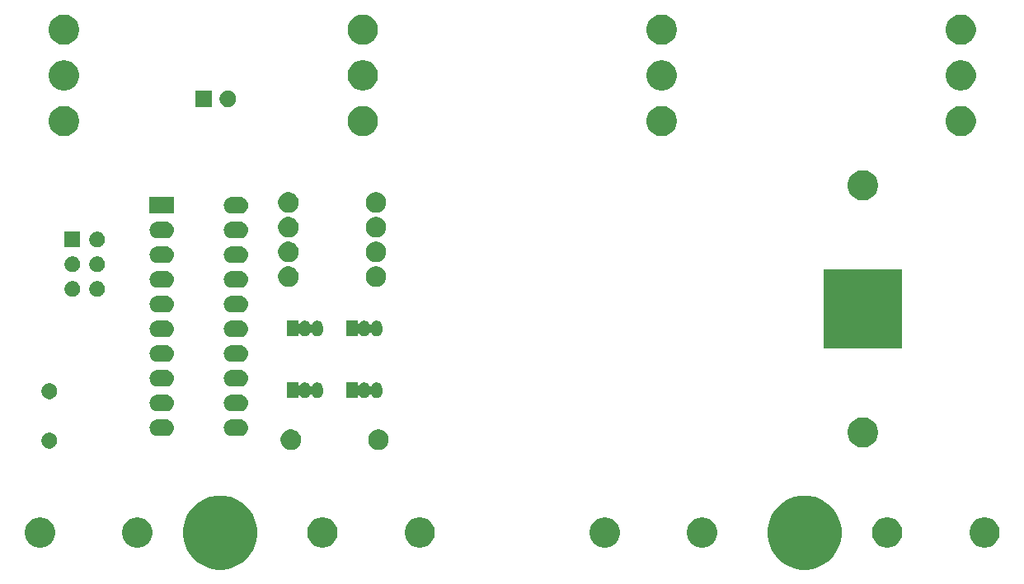
<source format=gts>
G04 #@! TF.GenerationSoftware,KiCad,Pcbnew,5.0.2-bee76a0~70~ubuntu18.04.1*
G04 #@! TF.CreationDate,2019-03-01T17:12:45+01:00*
G04 #@! TF.ProjectId,magic-switchboard,6d616769-632d-4737-9769-746368626f61,v5*
G04 #@! TF.SameCoordinates,Original*
G04 #@! TF.FileFunction,Soldermask,Top*
G04 #@! TF.FilePolarity,Negative*
%FSLAX46Y46*%
G04 Gerber Fmt 4.6, Leading zero omitted, Abs format (unit mm)*
G04 Created by KiCad (PCBNEW 5.0.2-bee76a0~70~ubuntu18.04.1) date Fr 01 Mär 2019 17:12:45 CET*
%MOMM*%
%LPD*%
G01*
G04 APERTURE LIST*
%ADD10C,0.100000*%
G04 APERTURE END LIST*
D10*
G36*
X171108710Y-130345070D02*
X171800447Y-130631597D01*
X172422999Y-131047573D01*
X172952427Y-131577001D01*
X173368403Y-132199553D01*
X173654930Y-132891290D01*
X173801000Y-133625633D01*
X173801000Y-134374367D01*
X173654930Y-135108710D01*
X173368403Y-135800447D01*
X172952427Y-136422999D01*
X172422999Y-136952427D01*
X171800447Y-137368403D01*
X171108710Y-137654930D01*
X170374367Y-137801000D01*
X169625633Y-137801000D01*
X168891290Y-137654930D01*
X168199553Y-137368403D01*
X167577001Y-136952427D01*
X167047573Y-136422999D01*
X166631597Y-135800447D01*
X166345070Y-135108710D01*
X166199000Y-134374367D01*
X166199000Y-133625633D01*
X166345070Y-132891290D01*
X166631597Y-132199553D01*
X167047573Y-131577001D01*
X167577001Y-131047573D01*
X168199553Y-130631597D01*
X168891290Y-130345070D01*
X169625633Y-130199000D01*
X170374367Y-130199000D01*
X171108710Y-130345070D01*
X171108710Y-130345070D01*
G37*
G36*
X111108710Y-130345070D02*
X111800447Y-130631597D01*
X112422999Y-131047573D01*
X112952427Y-131577001D01*
X113368403Y-132199553D01*
X113654930Y-132891290D01*
X113801000Y-133625633D01*
X113801000Y-134374367D01*
X113654930Y-135108710D01*
X113368403Y-135800447D01*
X112952427Y-136422999D01*
X112422999Y-136952427D01*
X111800447Y-137368403D01*
X111108710Y-137654930D01*
X110374367Y-137801000D01*
X109625633Y-137801000D01*
X108891290Y-137654930D01*
X108199553Y-137368403D01*
X107577001Y-136952427D01*
X107047573Y-136422999D01*
X106631597Y-135800447D01*
X106345070Y-135108710D01*
X106199000Y-134374367D01*
X106199000Y-133625633D01*
X106345070Y-132891290D01*
X106631597Y-132199553D01*
X107047573Y-131577001D01*
X107577001Y-131047573D01*
X108199553Y-130631597D01*
X108891290Y-130345070D01*
X109625633Y-130199000D01*
X110374367Y-130199000D01*
X111108710Y-130345070D01*
X111108710Y-130345070D01*
G37*
G36*
X91852527Y-132488736D02*
X91952410Y-132508604D01*
X92234674Y-132625521D01*
X92488705Y-132795259D01*
X92704741Y-133011295D01*
X92874479Y-133265326D01*
X92991396Y-133547590D01*
X93051000Y-133847240D01*
X93051000Y-134152760D01*
X92991396Y-134452410D01*
X92874479Y-134734674D01*
X92704741Y-134988705D01*
X92488705Y-135204741D01*
X92234674Y-135374479D01*
X91952410Y-135491396D01*
X91852527Y-135511264D01*
X91652762Y-135551000D01*
X91347238Y-135551000D01*
X91147473Y-135511264D01*
X91047590Y-135491396D01*
X90765326Y-135374479D01*
X90511295Y-135204741D01*
X90295259Y-134988705D01*
X90125521Y-134734674D01*
X90008604Y-134452410D01*
X89949000Y-134152760D01*
X89949000Y-133847240D01*
X90008604Y-133547590D01*
X90125521Y-133265326D01*
X90295259Y-133011295D01*
X90511295Y-132795259D01*
X90765326Y-132625521D01*
X91047590Y-132508604D01*
X91147473Y-132488736D01*
X91347238Y-132449000D01*
X91652762Y-132449000D01*
X91852527Y-132488736D01*
X91852527Y-132488736D01*
G37*
G36*
X101852527Y-132488736D02*
X101952410Y-132508604D01*
X102234674Y-132625521D01*
X102488705Y-132795259D01*
X102704741Y-133011295D01*
X102874479Y-133265326D01*
X102991396Y-133547590D01*
X103051000Y-133847240D01*
X103051000Y-134152760D01*
X102991396Y-134452410D01*
X102874479Y-134734674D01*
X102704741Y-134988705D01*
X102488705Y-135204741D01*
X102234674Y-135374479D01*
X101952410Y-135491396D01*
X101852527Y-135511264D01*
X101652762Y-135551000D01*
X101347238Y-135551000D01*
X101147473Y-135511264D01*
X101047590Y-135491396D01*
X100765326Y-135374479D01*
X100511295Y-135204741D01*
X100295259Y-134988705D01*
X100125521Y-134734674D01*
X100008604Y-134452410D01*
X99949000Y-134152760D01*
X99949000Y-133847240D01*
X100008604Y-133547590D01*
X100125521Y-133265326D01*
X100295259Y-133011295D01*
X100511295Y-132795259D01*
X100765326Y-132625521D01*
X101047590Y-132508604D01*
X101147473Y-132488736D01*
X101347238Y-132449000D01*
X101652762Y-132449000D01*
X101852527Y-132488736D01*
X101852527Y-132488736D01*
G37*
G36*
X120852527Y-132488736D02*
X120952410Y-132508604D01*
X121234674Y-132625521D01*
X121488705Y-132795259D01*
X121704741Y-133011295D01*
X121874479Y-133265326D01*
X121991396Y-133547590D01*
X122051000Y-133847240D01*
X122051000Y-134152760D01*
X121991396Y-134452410D01*
X121874479Y-134734674D01*
X121704741Y-134988705D01*
X121488705Y-135204741D01*
X121234674Y-135374479D01*
X120952410Y-135491396D01*
X120852527Y-135511264D01*
X120652762Y-135551000D01*
X120347238Y-135551000D01*
X120147473Y-135511264D01*
X120047590Y-135491396D01*
X119765326Y-135374479D01*
X119511295Y-135204741D01*
X119295259Y-134988705D01*
X119125521Y-134734674D01*
X119008604Y-134452410D01*
X118949000Y-134152760D01*
X118949000Y-133847240D01*
X119008604Y-133547590D01*
X119125521Y-133265326D01*
X119295259Y-133011295D01*
X119511295Y-132795259D01*
X119765326Y-132625521D01*
X120047590Y-132508604D01*
X120147473Y-132488736D01*
X120347238Y-132449000D01*
X120652762Y-132449000D01*
X120852527Y-132488736D01*
X120852527Y-132488736D01*
G37*
G36*
X130852527Y-132488736D02*
X130952410Y-132508604D01*
X131234674Y-132625521D01*
X131488705Y-132795259D01*
X131704741Y-133011295D01*
X131874479Y-133265326D01*
X131991396Y-133547590D01*
X132051000Y-133847240D01*
X132051000Y-134152760D01*
X131991396Y-134452410D01*
X131874479Y-134734674D01*
X131704741Y-134988705D01*
X131488705Y-135204741D01*
X131234674Y-135374479D01*
X130952410Y-135491396D01*
X130852527Y-135511264D01*
X130652762Y-135551000D01*
X130347238Y-135551000D01*
X130147473Y-135511264D01*
X130047590Y-135491396D01*
X129765326Y-135374479D01*
X129511295Y-135204741D01*
X129295259Y-134988705D01*
X129125521Y-134734674D01*
X129008604Y-134452410D01*
X128949000Y-134152760D01*
X128949000Y-133847240D01*
X129008604Y-133547590D01*
X129125521Y-133265326D01*
X129295259Y-133011295D01*
X129511295Y-132795259D01*
X129765326Y-132625521D01*
X130047590Y-132508604D01*
X130147473Y-132488736D01*
X130347238Y-132449000D01*
X130652762Y-132449000D01*
X130852527Y-132488736D01*
X130852527Y-132488736D01*
G37*
G36*
X149852527Y-132488736D02*
X149952410Y-132508604D01*
X150234674Y-132625521D01*
X150488705Y-132795259D01*
X150704741Y-133011295D01*
X150874479Y-133265326D01*
X150991396Y-133547590D01*
X151051000Y-133847240D01*
X151051000Y-134152760D01*
X150991396Y-134452410D01*
X150874479Y-134734674D01*
X150704741Y-134988705D01*
X150488705Y-135204741D01*
X150234674Y-135374479D01*
X149952410Y-135491396D01*
X149852527Y-135511264D01*
X149652762Y-135551000D01*
X149347238Y-135551000D01*
X149147473Y-135511264D01*
X149047590Y-135491396D01*
X148765326Y-135374479D01*
X148511295Y-135204741D01*
X148295259Y-134988705D01*
X148125521Y-134734674D01*
X148008604Y-134452410D01*
X147949000Y-134152760D01*
X147949000Y-133847240D01*
X148008604Y-133547590D01*
X148125521Y-133265326D01*
X148295259Y-133011295D01*
X148511295Y-132795259D01*
X148765326Y-132625521D01*
X149047590Y-132508604D01*
X149147473Y-132488736D01*
X149347238Y-132449000D01*
X149652762Y-132449000D01*
X149852527Y-132488736D01*
X149852527Y-132488736D01*
G37*
G36*
X178852527Y-132488736D02*
X178952410Y-132508604D01*
X179234674Y-132625521D01*
X179488705Y-132795259D01*
X179704741Y-133011295D01*
X179874479Y-133265326D01*
X179991396Y-133547590D01*
X180051000Y-133847240D01*
X180051000Y-134152760D01*
X179991396Y-134452410D01*
X179874479Y-134734674D01*
X179704741Y-134988705D01*
X179488705Y-135204741D01*
X179234674Y-135374479D01*
X178952410Y-135491396D01*
X178852527Y-135511264D01*
X178652762Y-135551000D01*
X178347238Y-135551000D01*
X178147473Y-135511264D01*
X178047590Y-135491396D01*
X177765326Y-135374479D01*
X177511295Y-135204741D01*
X177295259Y-134988705D01*
X177125521Y-134734674D01*
X177008604Y-134452410D01*
X176949000Y-134152760D01*
X176949000Y-133847240D01*
X177008604Y-133547590D01*
X177125521Y-133265326D01*
X177295259Y-133011295D01*
X177511295Y-132795259D01*
X177765326Y-132625521D01*
X178047590Y-132508604D01*
X178147473Y-132488736D01*
X178347238Y-132449000D01*
X178652762Y-132449000D01*
X178852527Y-132488736D01*
X178852527Y-132488736D01*
G37*
G36*
X188852527Y-132488736D02*
X188952410Y-132508604D01*
X189234674Y-132625521D01*
X189488705Y-132795259D01*
X189704741Y-133011295D01*
X189874479Y-133265326D01*
X189991396Y-133547590D01*
X190051000Y-133847240D01*
X190051000Y-134152760D01*
X189991396Y-134452410D01*
X189874479Y-134734674D01*
X189704741Y-134988705D01*
X189488705Y-135204741D01*
X189234674Y-135374479D01*
X188952410Y-135491396D01*
X188852527Y-135511264D01*
X188652762Y-135551000D01*
X188347238Y-135551000D01*
X188147473Y-135511264D01*
X188047590Y-135491396D01*
X187765326Y-135374479D01*
X187511295Y-135204741D01*
X187295259Y-134988705D01*
X187125521Y-134734674D01*
X187008604Y-134452410D01*
X186949000Y-134152760D01*
X186949000Y-133847240D01*
X187008604Y-133547590D01*
X187125521Y-133265326D01*
X187295259Y-133011295D01*
X187511295Y-132795259D01*
X187765326Y-132625521D01*
X188047590Y-132508604D01*
X188147473Y-132488736D01*
X188347238Y-132449000D01*
X188652762Y-132449000D01*
X188852527Y-132488736D01*
X188852527Y-132488736D01*
G37*
G36*
X159852527Y-132488736D02*
X159952410Y-132508604D01*
X160234674Y-132625521D01*
X160488705Y-132795259D01*
X160704741Y-133011295D01*
X160874479Y-133265326D01*
X160991396Y-133547590D01*
X161051000Y-133847240D01*
X161051000Y-134152760D01*
X160991396Y-134452410D01*
X160874479Y-134734674D01*
X160704741Y-134988705D01*
X160488705Y-135204741D01*
X160234674Y-135374479D01*
X159952410Y-135491396D01*
X159852527Y-135511264D01*
X159652762Y-135551000D01*
X159347238Y-135551000D01*
X159147473Y-135511264D01*
X159047590Y-135491396D01*
X158765326Y-135374479D01*
X158511295Y-135204741D01*
X158295259Y-134988705D01*
X158125521Y-134734674D01*
X158008604Y-134452410D01*
X157949000Y-134152760D01*
X157949000Y-133847240D01*
X158008604Y-133547590D01*
X158125521Y-133265326D01*
X158295259Y-133011295D01*
X158511295Y-132795259D01*
X158765326Y-132625521D01*
X159047590Y-132508604D01*
X159147473Y-132488736D01*
X159347238Y-132449000D01*
X159652762Y-132449000D01*
X159852527Y-132488736D01*
X159852527Y-132488736D01*
G37*
G36*
X117556565Y-123439389D02*
X117747834Y-123518615D01*
X117919976Y-123633637D01*
X118066363Y-123780024D01*
X118181385Y-123952166D01*
X118260611Y-124143435D01*
X118301000Y-124346484D01*
X118301000Y-124553516D01*
X118260611Y-124756565D01*
X118181385Y-124947834D01*
X118066363Y-125119976D01*
X117919976Y-125266363D01*
X117747834Y-125381385D01*
X117556565Y-125460611D01*
X117353516Y-125501000D01*
X117146484Y-125501000D01*
X116943435Y-125460611D01*
X116752166Y-125381385D01*
X116580024Y-125266363D01*
X116433637Y-125119976D01*
X116318615Y-124947834D01*
X116239389Y-124756565D01*
X116199000Y-124553516D01*
X116199000Y-124346484D01*
X116239389Y-124143435D01*
X116318615Y-123952166D01*
X116433637Y-123780024D01*
X116580024Y-123633637D01*
X116752166Y-123518615D01*
X116943435Y-123439389D01*
X117146484Y-123399000D01*
X117353516Y-123399000D01*
X117556565Y-123439389D01*
X117556565Y-123439389D01*
G37*
G36*
X126556565Y-123439389D02*
X126747834Y-123518615D01*
X126919976Y-123633637D01*
X127066363Y-123780024D01*
X127181385Y-123952166D01*
X127260611Y-124143435D01*
X127301000Y-124346484D01*
X127301000Y-124553516D01*
X127260611Y-124756565D01*
X127181385Y-124947834D01*
X127066363Y-125119976D01*
X126919976Y-125266363D01*
X126747834Y-125381385D01*
X126556565Y-125460611D01*
X126353516Y-125501000D01*
X126146484Y-125501000D01*
X125943435Y-125460611D01*
X125752166Y-125381385D01*
X125580024Y-125266363D01*
X125433637Y-125119976D01*
X125318615Y-124947834D01*
X125239389Y-124756565D01*
X125199000Y-124553516D01*
X125199000Y-124346484D01*
X125239389Y-124143435D01*
X125318615Y-123952166D01*
X125433637Y-123780024D01*
X125580024Y-123633637D01*
X125752166Y-123518615D01*
X125943435Y-123439389D01*
X126146484Y-123399000D01*
X126353516Y-123399000D01*
X126556565Y-123439389D01*
X126556565Y-123439389D01*
G37*
G36*
X92697142Y-123758242D02*
X92845102Y-123819530D01*
X92894834Y-123852760D01*
X92978257Y-123908501D01*
X93091499Y-124021743D01*
X93109502Y-124048687D01*
X93180470Y-124154898D01*
X93241758Y-124302858D01*
X93273000Y-124459925D01*
X93273000Y-124620075D01*
X93241758Y-124777142D01*
X93180470Y-124925102D01*
X93091498Y-125058258D01*
X92978258Y-125171498D01*
X92845102Y-125260470D01*
X92845101Y-125260471D01*
X92845100Y-125260471D01*
X92811583Y-125274354D01*
X92697142Y-125321758D01*
X92540075Y-125353000D01*
X92379925Y-125353000D01*
X92222858Y-125321758D01*
X92108417Y-125274354D01*
X92074900Y-125260471D01*
X92074899Y-125260471D01*
X92074898Y-125260470D01*
X91941742Y-125171498D01*
X91828502Y-125058258D01*
X91739530Y-124925102D01*
X91678242Y-124777142D01*
X91647000Y-124620075D01*
X91647000Y-124459925D01*
X91678242Y-124302858D01*
X91739530Y-124154898D01*
X91810498Y-124048687D01*
X91828501Y-124021743D01*
X91941743Y-123908501D01*
X92025166Y-123852760D01*
X92074898Y-123819530D01*
X92222858Y-123758242D01*
X92379925Y-123727000D01*
X92540075Y-123727000D01*
X92697142Y-123758242D01*
X92697142Y-123758242D01*
G37*
G36*
X176352527Y-122188736D02*
X176452410Y-122208604D01*
X176734674Y-122325521D01*
X176988705Y-122495259D01*
X177204741Y-122711295D01*
X177374479Y-122965326D01*
X177491396Y-123247590D01*
X177491396Y-123247591D01*
X177551000Y-123547238D01*
X177551000Y-123852762D01*
X177517387Y-124021743D01*
X177491396Y-124152410D01*
X177374479Y-124434674D01*
X177204741Y-124688705D01*
X176988705Y-124904741D01*
X176734674Y-125074479D01*
X176452410Y-125191396D01*
X176352527Y-125211264D01*
X176152762Y-125251000D01*
X175847238Y-125251000D01*
X175647473Y-125211264D01*
X175547590Y-125191396D01*
X175265326Y-125074479D01*
X175011295Y-124904741D01*
X174795259Y-124688705D01*
X174625521Y-124434674D01*
X174508604Y-124152410D01*
X174482613Y-124021743D01*
X174449000Y-123852762D01*
X174449000Y-123547238D01*
X174508604Y-123247591D01*
X174508604Y-123247590D01*
X174625521Y-122965326D01*
X174795259Y-122711295D01*
X175011295Y-122495259D01*
X175265326Y-122325521D01*
X175547590Y-122208604D01*
X175647473Y-122188736D01*
X175847238Y-122149000D01*
X176152762Y-122149000D01*
X176352527Y-122188736D01*
X176352527Y-122188736D01*
G37*
G36*
X104566821Y-122371313D02*
X104566824Y-122371314D01*
X104566825Y-122371314D01*
X104727239Y-122419975D01*
X104727241Y-122419976D01*
X104727244Y-122419977D01*
X104875078Y-122498995D01*
X105004659Y-122605341D01*
X105111005Y-122734922D01*
X105190023Y-122882756D01*
X105190024Y-122882759D01*
X105190025Y-122882761D01*
X105215071Y-122965328D01*
X105238687Y-123043179D01*
X105255117Y-123210000D01*
X105238687Y-123376821D01*
X105238686Y-123376824D01*
X105238686Y-123376825D01*
X105195675Y-123518615D01*
X105190023Y-123537244D01*
X105111005Y-123685078D01*
X105004659Y-123814659D01*
X104875078Y-123921005D01*
X104727244Y-124000023D01*
X104727241Y-124000024D01*
X104727239Y-124000025D01*
X104566825Y-124048686D01*
X104566824Y-124048686D01*
X104566821Y-124048687D01*
X104441804Y-124061000D01*
X103558196Y-124061000D01*
X103433179Y-124048687D01*
X103433176Y-124048686D01*
X103433175Y-124048686D01*
X103272761Y-124000025D01*
X103272759Y-124000024D01*
X103272756Y-124000023D01*
X103124922Y-123921005D01*
X102995341Y-123814659D01*
X102888995Y-123685078D01*
X102809977Y-123537244D01*
X102804326Y-123518615D01*
X102761314Y-123376825D01*
X102761314Y-123376824D01*
X102761313Y-123376821D01*
X102744883Y-123210000D01*
X102761313Y-123043179D01*
X102784929Y-122965328D01*
X102809975Y-122882761D01*
X102809976Y-122882759D01*
X102809977Y-122882756D01*
X102888995Y-122734922D01*
X102995341Y-122605341D01*
X103124922Y-122498995D01*
X103272756Y-122419977D01*
X103272759Y-122419976D01*
X103272761Y-122419975D01*
X103433175Y-122371314D01*
X103433176Y-122371314D01*
X103433179Y-122371313D01*
X103558196Y-122359000D01*
X104441804Y-122359000D01*
X104566821Y-122371313D01*
X104566821Y-122371313D01*
G37*
G36*
X112186821Y-122371313D02*
X112186824Y-122371314D01*
X112186825Y-122371314D01*
X112347239Y-122419975D01*
X112347241Y-122419976D01*
X112347244Y-122419977D01*
X112495078Y-122498995D01*
X112624659Y-122605341D01*
X112731005Y-122734922D01*
X112810023Y-122882756D01*
X112810024Y-122882759D01*
X112810025Y-122882761D01*
X112835071Y-122965328D01*
X112858687Y-123043179D01*
X112875117Y-123210000D01*
X112858687Y-123376821D01*
X112858686Y-123376824D01*
X112858686Y-123376825D01*
X112815675Y-123518615D01*
X112810023Y-123537244D01*
X112731005Y-123685078D01*
X112624659Y-123814659D01*
X112495078Y-123921005D01*
X112347244Y-124000023D01*
X112347241Y-124000024D01*
X112347239Y-124000025D01*
X112186825Y-124048686D01*
X112186824Y-124048686D01*
X112186821Y-124048687D01*
X112061804Y-124061000D01*
X111178196Y-124061000D01*
X111053179Y-124048687D01*
X111053176Y-124048686D01*
X111053175Y-124048686D01*
X110892761Y-124000025D01*
X110892759Y-124000024D01*
X110892756Y-124000023D01*
X110744922Y-123921005D01*
X110615341Y-123814659D01*
X110508995Y-123685078D01*
X110429977Y-123537244D01*
X110424326Y-123518615D01*
X110381314Y-123376825D01*
X110381314Y-123376824D01*
X110381313Y-123376821D01*
X110364883Y-123210000D01*
X110381313Y-123043179D01*
X110404929Y-122965328D01*
X110429975Y-122882761D01*
X110429976Y-122882759D01*
X110429977Y-122882756D01*
X110508995Y-122734922D01*
X110615341Y-122605341D01*
X110744922Y-122498995D01*
X110892756Y-122419977D01*
X110892759Y-122419976D01*
X110892761Y-122419975D01*
X111053175Y-122371314D01*
X111053176Y-122371314D01*
X111053179Y-122371313D01*
X111178196Y-122359000D01*
X112061804Y-122359000D01*
X112186821Y-122371313D01*
X112186821Y-122371313D01*
G37*
G36*
X112186821Y-119831313D02*
X112186824Y-119831314D01*
X112186825Y-119831314D01*
X112347239Y-119879975D01*
X112347241Y-119879976D01*
X112347244Y-119879977D01*
X112495078Y-119958995D01*
X112624659Y-120065341D01*
X112731005Y-120194922D01*
X112810023Y-120342756D01*
X112858687Y-120503179D01*
X112875117Y-120670000D01*
X112858687Y-120836821D01*
X112810023Y-120997244D01*
X112731005Y-121145078D01*
X112624659Y-121274659D01*
X112495078Y-121381005D01*
X112347244Y-121460023D01*
X112347241Y-121460024D01*
X112347239Y-121460025D01*
X112186825Y-121508686D01*
X112186824Y-121508686D01*
X112186821Y-121508687D01*
X112061804Y-121521000D01*
X111178196Y-121521000D01*
X111053179Y-121508687D01*
X111053176Y-121508686D01*
X111053175Y-121508686D01*
X110892761Y-121460025D01*
X110892759Y-121460024D01*
X110892756Y-121460023D01*
X110744922Y-121381005D01*
X110615341Y-121274659D01*
X110508995Y-121145078D01*
X110429977Y-120997244D01*
X110381313Y-120836821D01*
X110364883Y-120670000D01*
X110381313Y-120503179D01*
X110429977Y-120342756D01*
X110508995Y-120194922D01*
X110615341Y-120065341D01*
X110744922Y-119958995D01*
X110892756Y-119879977D01*
X110892759Y-119879976D01*
X110892761Y-119879975D01*
X111053175Y-119831314D01*
X111053176Y-119831314D01*
X111053179Y-119831313D01*
X111178196Y-119819000D01*
X112061804Y-119819000D01*
X112186821Y-119831313D01*
X112186821Y-119831313D01*
G37*
G36*
X104566821Y-119831313D02*
X104566824Y-119831314D01*
X104566825Y-119831314D01*
X104727239Y-119879975D01*
X104727241Y-119879976D01*
X104727244Y-119879977D01*
X104875078Y-119958995D01*
X105004659Y-120065341D01*
X105111005Y-120194922D01*
X105190023Y-120342756D01*
X105238687Y-120503179D01*
X105255117Y-120670000D01*
X105238687Y-120836821D01*
X105190023Y-120997244D01*
X105111005Y-121145078D01*
X105004659Y-121274659D01*
X104875078Y-121381005D01*
X104727244Y-121460023D01*
X104727241Y-121460024D01*
X104727239Y-121460025D01*
X104566825Y-121508686D01*
X104566824Y-121508686D01*
X104566821Y-121508687D01*
X104441804Y-121521000D01*
X103558196Y-121521000D01*
X103433179Y-121508687D01*
X103433176Y-121508686D01*
X103433175Y-121508686D01*
X103272761Y-121460025D01*
X103272759Y-121460024D01*
X103272756Y-121460023D01*
X103124922Y-121381005D01*
X102995341Y-121274659D01*
X102888995Y-121145078D01*
X102809977Y-120997244D01*
X102761313Y-120836821D01*
X102744883Y-120670000D01*
X102761313Y-120503179D01*
X102809977Y-120342756D01*
X102888995Y-120194922D01*
X102995341Y-120065341D01*
X103124922Y-119958995D01*
X103272756Y-119879977D01*
X103272759Y-119879976D01*
X103272761Y-119879975D01*
X103433175Y-119831314D01*
X103433176Y-119831314D01*
X103433179Y-119831313D01*
X103558196Y-119819000D01*
X104441804Y-119819000D01*
X104566821Y-119831313D01*
X104566821Y-119831313D01*
G37*
G36*
X92697142Y-118678242D02*
X92845102Y-118739530D01*
X92907424Y-118781172D01*
X92978257Y-118828501D01*
X93091499Y-118941743D01*
X93109502Y-118968687D01*
X93180470Y-119074898D01*
X93241758Y-119222858D01*
X93273000Y-119379925D01*
X93273000Y-119540075D01*
X93241758Y-119697142D01*
X93180470Y-119845102D01*
X93152444Y-119887046D01*
X93096764Y-119970378D01*
X93091498Y-119978258D01*
X92978258Y-120091498D01*
X92845102Y-120180470D01*
X92697142Y-120241758D01*
X92540075Y-120273000D01*
X92379925Y-120273000D01*
X92222858Y-120241758D01*
X92074898Y-120180470D01*
X91941742Y-120091498D01*
X91828502Y-119978258D01*
X91823237Y-119970378D01*
X91767556Y-119887046D01*
X91739530Y-119845102D01*
X91678242Y-119697142D01*
X91647000Y-119540075D01*
X91647000Y-119379925D01*
X91678242Y-119222858D01*
X91739530Y-119074898D01*
X91810498Y-118968687D01*
X91828501Y-118941743D01*
X91941743Y-118828501D01*
X92012576Y-118781172D01*
X92074898Y-118739530D01*
X92222858Y-118678242D01*
X92379925Y-118647000D01*
X92540075Y-118647000D01*
X92697142Y-118678242D01*
X92697142Y-118678242D01*
G37*
G36*
X126180915Y-118577334D02*
X126289491Y-118610271D01*
X126389556Y-118663756D01*
X126477264Y-118735736D01*
X126549244Y-118823443D01*
X126602729Y-118923508D01*
X126635666Y-119032084D01*
X126644000Y-119116702D01*
X126644000Y-119623297D01*
X126635666Y-119707916D01*
X126602729Y-119816492D01*
X126549244Y-119916557D01*
X126477264Y-120004264D01*
X126389557Y-120076244D01*
X126289492Y-120129729D01*
X126180916Y-120162666D01*
X126068000Y-120173787D01*
X125955085Y-120162666D01*
X125846509Y-120129729D01*
X125746444Y-120076244D01*
X125658737Y-120004264D01*
X125586757Y-119916557D01*
X125567205Y-119879977D01*
X125543240Y-119835143D01*
X125529627Y-119814768D01*
X125512299Y-119797441D01*
X125491925Y-119783827D01*
X125469286Y-119774450D01*
X125445253Y-119769669D01*
X125420748Y-119769669D01*
X125396715Y-119774449D01*
X125374076Y-119783827D01*
X125353701Y-119797440D01*
X125336374Y-119814768D01*
X125322760Y-119835143D01*
X125279244Y-119916557D01*
X125207264Y-120004264D01*
X125119557Y-120076244D01*
X125019492Y-120129729D01*
X124910916Y-120162666D01*
X124798000Y-120173787D01*
X124685085Y-120162666D01*
X124576509Y-120129729D01*
X124476444Y-120076244D01*
X124388737Y-120004264D01*
X124325626Y-119927364D01*
X124308299Y-119910036D01*
X124287924Y-119896423D01*
X124265285Y-119887045D01*
X124241252Y-119882265D01*
X124216748Y-119882265D01*
X124192714Y-119887046D01*
X124170075Y-119896423D01*
X124149701Y-119910037D01*
X124132373Y-119927364D01*
X124118760Y-119947739D01*
X124109382Y-119970378D01*
X124104000Y-120006663D01*
X124104000Y-120171000D01*
X122952000Y-120171000D01*
X122952000Y-118569000D01*
X124104000Y-118569000D01*
X124104000Y-118733337D01*
X124106402Y-118757723D01*
X124113515Y-118781172D01*
X124125066Y-118802783D01*
X124140612Y-118821725D01*
X124159554Y-118837271D01*
X124181165Y-118848822D01*
X124204614Y-118855935D01*
X124229000Y-118858337D01*
X124253386Y-118855935D01*
X124276835Y-118848822D01*
X124298446Y-118837271D01*
X124325626Y-118812636D01*
X124370692Y-118757723D01*
X124388736Y-118735736D01*
X124476443Y-118663756D01*
X124576508Y-118610271D01*
X124685084Y-118577334D01*
X124798000Y-118566213D01*
X124910915Y-118577334D01*
X125019491Y-118610271D01*
X125119556Y-118663756D01*
X125207264Y-118735736D01*
X125279244Y-118823443D01*
X125322767Y-118904869D01*
X125336373Y-118925232D01*
X125353700Y-118942560D01*
X125374075Y-118956174D01*
X125396713Y-118965551D01*
X125420747Y-118970332D01*
X125445251Y-118970332D01*
X125469285Y-118965552D01*
X125491924Y-118956175D01*
X125512298Y-118942561D01*
X125529626Y-118925234D01*
X125543240Y-118904858D01*
X125586756Y-118823444D01*
X125640692Y-118757723D01*
X125658736Y-118735736D01*
X125746443Y-118663756D01*
X125846508Y-118610271D01*
X125955084Y-118577334D01*
X126068000Y-118566213D01*
X126180915Y-118577334D01*
X126180915Y-118577334D01*
G37*
G36*
X120084915Y-118577334D02*
X120193491Y-118610271D01*
X120293556Y-118663756D01*
X120381264Y-118735736D01*
X120453244Y-118823443D01*
X120506729Y-118923508D01*
X120539666Y-119032084D01*
X120548000Y-119116702D01*
X120548000Y-119623297D01*
X120539666Y-119707916D01*
X120506729Y-119816492D01*
X120453244Y-119916557D01*
X120381264Y-120004264D01*
X120293557Y-120076244D01*
X120193492Y-120129729D01*
X120084916Y-120162666D01*
X119972000Y-120173787D01*
X119859085Y-120162666D01*
X119750509Y-120129729D01*
X119650444Y-120076244D01*
X119562737Y-120004264D01*
X119490757Y-119916557D01*
X119471205Y-119879977D01*
X119447240Y-119835143D01*
X119433627Y-119814768D01*
X119416299Y-119797441D01*
X119395925Y-119783827D01*
X119373286Y-119774450D01*
X119349253Y-119769669D01*
X119324748Y-119769669D01*
X119300715Y-119774449D01*
X119278076Y-119783827D01*
X119257701Y-119797440D01*
X119240374Y-119814768D01*
X119226760Y-119835143D01*
X119183244Y-119916557D01*
X119111264Y-120004264D01*
X119023557Y-120076244D01*
X118923492Y-120129729D01*
X118814916Y-120162666D01*
X118702000Y-120173787D01*
X118589085Y-120162666D01*
X118480509Y-120129729D01*
X118380444Y-120076244D01*
X118292737Y-120004264D01*
X118229626Y-119927364D01*
X118212299Y-119910036D01*
X118191924Y-119896423D01*
X118169285Y-119887045D01*
X118145252Y-119882265D01*
X118120748Y-119882265D01*
X118096714Y-119887046D01*
X118074075Y-119896423D01*
X118053701Y-119910037D01*
X118036373Y-119927364D01*
X118022760Y-119947739D01*
X118013382Y-119970378D01*
X118008000Y-120006663D01*
X118008000Y-120171000D01*
X116856000Y-120171000D01*
X116856000Y-118569000D01*
X118008000Y-118569000D01*
X118008000Y-118733337D01*
X118010402Y-118757723D01*
X118017515Y-118781172D01*
X118029066Y-118802783D01*
X118044612Y-118821725D01*
X118063554Y-118837271D01*
X118085165Y-118848822D01*
X118108614Y-118855935D01*
X118133000Y-118858337D01*
X118157386Y-118855935D01*
X118180835Y-118848822D01*
X118202446Y-118837271D01*
X118229626Y-118812636D01*
X118274692Y-118757723D01*
X118292736Y-118735736D01*
X118380443Y-118663756D01*
X118480508Y-118610271D01*
X118589084Y-118577334D01*
X118702000Y-118566213D01*
X118814915Y-118577334D01*
X118923491Y-118610271D01*
X119023556Y-118663756D01*
X119111264Y-118735736D01*
X119183244Y-118823443D01*
X119226767Y-118904869D01*
X119240373Y-118925232D01*
X119257700Y-118942560D01*
X119278075Y-118956174D01*
X119300713Y-118965551D01*
X119324747Y-118970332D01*
X119349251Y-118970332D01*
X119373285Y-118965552D01*
X119395924Y-118956175D01*
X119416298Y-118942561D01*
X119433626Y-118925234D01*
X119447240Y-118904858D01*
X119490756Y-118823444D01*
X119544692Y-118757723D01*
X119562736Y-118735736D01*
X119650443Y-118663756D01*
X119750508Y-118610271D01*
X119859084Y-118577334D01*
X119972000Y-118566213D01*
X120084915Y-118577334D01*
X120084915Y-118577334D01*
G37*
G36*
X104566821Y-117291313D02*
X104566824Y-117291314D01*
X104566825Y-117291314D01*
X104727239Y-117339975D01*
X104727241Y-117339976D01*
X104727244Y-117339977D01*
X104875078Y-117418995D01*
X105004659Y-117525341D01*
X105111005Y-117654922D01*
X105190023Y-117802756D01*
X105238687Y-117963179D01*
X105255117Y-118130000D01*
X105238687Y-118296821D01*
X105190023Y-118457244D01*
X105111005Y-118605078D01*
X105004659Y-118734659D01*
X104875078Y-118841005D01*
X104727244Y-118920023D01*
X104727241Y-118920024D01*
X104727239Y-118920025D01*
X104566825Y-118968686D01*
X104566824Y-118968686D01*
X104566821Y-118968687D01*
X104441804Y-118981000D01*
X103558196Y-118981000D01*
X103433179Y-118968687D01*
X103433176Y-118968686D01*
X103433175Y-118968686D01*
X103272761Y-118920025D01*
X103272759Y-118920024D01*
X103272756Y-118920023D01*
X103124922Y-118841005D01*
X102995341Y-118734659D01*
X102888995Y-118605078D01*
X102809977Y-118457244D01*
X102761313Y-118296821D01*
X102744883Y-118130000D01*
X102761313Y-117963179D01*
X102809977Y-117802756D01*
X102888995Y-117654922D01*
X102995341Y-117525341D01*
X103124922Y-117418995D01*
X103272756Y-117339977D01*
X103272759Y-117339976D01*
X103272761Y-117339975D01*
X103433175Y-117291314D01*
X103433176Y-117291314D01*
X103433179Y-117291313D01*
X103558196Y-117279000D01*
X104441804Y-117279000D01*
X104566821Y-117291313D01*
X104566821Y-117291313D01*
G37*
G36*
X112186821Y-117291313D02*
X112186824Y-117291314D01*
X112186825Y-117291314D01*
X112347239Y-117339975D01*
X112347241Y-117339976D01*
X112347244Y-117339977D01*
X112495078Y-117418995D01*
X112624659Y-117525341D01*
X112731005Y-117654922D01*
X112810023Y-117802756D01*
X112858687Y-117963179D01*
X112875117Y-118130000D01*
X112858687Y-118296821D01*
X112810023Y-118457244D01*
X112731005Y-118605078D01*
X112624659Y-118734659D01*
X112495078Y-118841005D01*
X112347244Y-118920023D01*
X112347241Y-118920024D01*
X112347239Y-118920025D01*
X112186825Y-118968686D01*
X112186824Y-118968686D01*
X112186821Y-118968687D01*
X112061804Y-118981000D01*
X111178196Y-118981000D01*
X111053179Y-118968687D01*
X111053176Y-118968686D01*
X111053175Y-118968686D01*
X110892761Y-118920025D01*
X110892759Y-118920024D01*
X110892756Y-118920023D01*
X110744922Y-118841005D01*
X110615341Y-118734659D01*
X110508995Y-118605078D01*
X110429977Y-118457244D01*
X110381313Y-118296821D01*
X110364883Y-118130000D01*
X110381313Y-117963179D01*
X110429977Y-117802756D01*
X110508995Y-117654922D01*
X110615341Y-117525341D01*
X110744922Y-117418995D01*
X110892756Y-117339977D01*
X110892759Y-117339976D01*
X110892761Y-117339975D01*
X111053175Y-117291314D01*
X111053176Y-117291314D01*
X111053179Y-117291313D01*
X111178196Y-117279000D01*
X112061804Y-117279000D01*
X112186821Y-117291313D01*
X112186821Y-117291313D01*
G37*
G36*
X104566821Y-114751313D02*
X104566824Y-114751314D01*
X104566825Y-114751314D01*
X104727239Y-114799975D01*
X104727241Y-114799976D01*
X104727244Y-114799977D01*
X104875078Y-114878995D01*
X105004659Y-114985341D01*
X105111005Y-115114922D01*
X105190023Y-115262756D01*
X105238687Y-115423179D01*
X105255117Y-115590000D01*
X105238687Y-115756821D01*
X105190023Y-115917244D01*
X105111005Y-116065078D01*
X105004659Y-116194659D01*
X104875078Y-116301005D01*
X104727244Y-116380023D01*
X104727241Y-116380024D01*
X104727239Y-116380025D01*
X104566825Y-116428686D01*
X104566824Y-116428686D01*
X104566821Y-116428687D01*
X104441804Y-116441000D01*
X103558196Y-116441000D01*
X103433179Y-116428687D01*
X103433176Y-116428686D01*
X103433175Y-116428686D01*
X103272761Y-116380025D01*
X103272759Y-116380024D01*
X103272756Y-116380023D01*
X103124922Y-116301005D01*
X102995341Y-116194659D01*
X102888995Y-116065078D01*
X102809977Y-115917244D01*
X102761313Y-115756821D01*
X102744883Y-115590000D01*
X102761313Y-115423179D01*
X102809977Y-115262756D01*
X102888995Y-115114922D01*
X102995341Y-114985341D01*
X103124922Y-114878995D01*
X103272756Y-114799977D01*
X103272759Y-114799976D01*
X103272761Y-114799975D01*
X103433175Y-114751314D01*
X103433176Y-114751314D01*
X103433179Y-114751313D01*
X103558196Y-114739000D01*
X104441804Y-114739000D01*
X104566821Y-114751313D01*
X104566821Y-114751313D01*
G37*
G36*
X112186821Y-114751313D02*
X112186824Y-114751314D01*
X112186825Y-114751314D01*
X112347239Y-114799975D01*
X112347241Y-114799976D01*
X112347244Y-114799977D01*
X112495078Y-114878995D01*
X112624659Y-114985341D01*
X112731005Y-115114922D01*
X112810023Y-115262756D01*
X112858687Y-115423179D01*
X112875117Y-115590000D01*
X112858687Y-115756821D01*
X112810023Y-115917244D01*
X112731005Y-116065078D01*
X112624659Y-116194659D01*
X112495078Y-116301005D01*
X112347244Y-116380023D01*
X112347241Y-116380024D01*
X112347239Y-116380025D01*
X112186825Y-116428686D01*
X112186824Y-116428686D01*
X112186821Y-116428687D01*
X112061804Y-116441000D01*
X111178196Y-116441000D01*
X111053179Y-116428687D01*
X111053176Y-116428686D01*
X111053175Y-116428686D01*
X110892761Y-116380025D01*
X110892759Y-116380024D01*
X110892756Y-116380023D01*
X110744922Y-116301005D01*
X110615341Y-116194659D01*
X110508995Y-116065078D01*
X110429977Y-115917244D01*
X110381313Y-115756821D01*
X110364883Y-115590000D01*
X110381313Y-115423179D01*
X110429977Y-115262756D01*
X110508995Y-115114922D01*
X110615341Y-114985341D01*
X110744922Y-114878995D01*
X110892756Y-114799977D01*
X110892759Y-114799976D01*
X110892761Y-114799975D01*
X111053175Y-114751314D01*
X111053176Y-114751314D01*
X111053179Y-114751313D01*
X111178196Y-114739000D01*
X112061804Y-114739000D01*
X112186821Y-114751313D01*
X112186821Y-114751313D01*
G37*
G36*
X180051000Y-115051000D02*
X171949000Y-115051000D01*
X171949000Y-106949000D01*
X180051000Y-106949000D01*
X180051000Y-115051000D01*
X180051000Y-115051000D01*
G37*
G36*
X104566821Y-112211313D02*
X104566824Y-112211314D01*
X104566825Y-112211314D01*
X104727239Y-112259975D01*
X104727241Y-112259976D01*
X104727244Y-112259977D01*
X104875078Y-112338995D01*
X105004659Y-112445341D01*
X105111005Y-112574922D01*
X105190023Y-112722756D01*
X105190024Y-112722759D01*
X105190025Y-112722761D01*
X105203357Y-112766711D01*
X105238687Y-112883179D01*
X105255117Y-113050000D01*
X105238687Y-113216821D01*
X105238686Y-113216824D01*
X105238686Y-113216825D01*
X105195887Y-113357916D01*
X105190023Y-113377244D01*
X105111005Y-113525078D01*
X105004659Y-113654659D01*
X104875078Y-113761005D01*
X104727244Y-113840023D01*
X104727241Y-113840024D01*
X104727239Y-113840025D01*
X104566825Y-113888686D01*
X104566824Y-113888686D01*
X104566821Y-113888687D01*
X104441804Y-113901000D01*
X103558196Y-113901000D01*
X103433179Y-113888687D01*
X103433176Y-113888686D01*
X103433175Y-113888686D01*
X103272761Y-113840025D01*
X103272759Y-113840024D01*
X103272756Y-113840023D01*
X103124922Y-113761005D01*
X102995341Y-113654659D01*
X102888995Y-113525078D01*
X102809977Y-113377244D01*
X102804114Y-113357916D01*
X102761314Y-113216825D01*
X102761314Y-113216824D01*
X102761313Y-113216821D01*
X102744883Y-113050000D01*
X102761313Y-112883179D01*
X102796643Y-112766711D01*
X102809975Y-112722761D01*
X102809976Y-112722759D01*
X102809977Y-112722756D01*
X102888995Y-112574922D01*
X102995341Y-112445341D01*
X103124922Y-112338995D01*
X103272756Y-112259977D01*
X103272759Y-112259976D01*
X103272761Y-112259975D01*
X103433175Y-112211314D01*
X103433176Y-112211314D01*
X103433179Y-112211313D01*
X103558196Y-112199000D01*
X104441804Y-112199000D01*
X104566821Y-112211313D01*
X104566821Y-112211313D01*
G37*
G36*
X112186821Y-112211313D02*
X112186824Y-112211314D01*
X112186825Y-112211314D01*
X112347239Y-112259975D01*
X112347241Y-112259976D01*
X112347244Y-112259977D01*
X112495078Y-112338995D01*
X112624659Y-112445341D01*
X112731005Y-112574922D01*
X112810023Y-112722756D01*
X112810024Y-112722759D01*
X112810025Y-112722761D01*
X112823357Y-112766711D01*
X112858687Y-112883179D01*
X112875117Y-113050000D01*
X112858687Y-113216821D01*
X112858686Y-113216824D01*
X112858686Y-113216825D01*
X112815887Y-113357916D01*
X112810023Y-113377244D01*
X112731005Y-113525078D01*
X112624659Y-113654659D01*
X112495078Y-113761005D01*
X112347244Y-113840023D01*
X112347241Y-113840024D01*
X112347239Y-113840025D01*
X112186825Y-113888686D01*
X112186824Y-113888686D01*
X112186821Y-113888687D01*
X112061804Y-113901000D01*
X111178196Y-113901000D01*
X111053179Y-113888687D01*
X111053176Y-113888686D01*
X111053175Y-113888686D01*
X110892761Y-113840025D01*
X110892759Y-113840024D01*
X110892756Y-113840023D01*
X110744922Y-113761005D01*
X110615341Y-113654659D01*
X110508995Y-113525078D01*
X110429977Y-113377244D01*
X110424114Y-113357916D01*
X110381314Y-113216825D01*
X110381314Y-113216824D01*
X110381313Y-113216821D01*
X110364883Y-113050000D01*
X110381313Y-112883179D01*
X110416643Y-112766711D01*
X110429975Y-112722761D01*
X110429976Y-112722759D01*
X110429977Y-112722756D01*
X110508995Y-112574922D01*
X110615341Y-112445341D01*
X110744922Y-112338995D01*
X110892756Y-112259977D01*
X110892759Y-112259976D01*
X110892761Y-112259975D01*
X111053175Y-112211314D01*
X111053176Y-112211314D01*
X111053179Y-112211313D01*
X111178196Y-112199000D01*
X112061804Y-112199000D01*
X112186821Y-112211313D01*
X112186821Y-112211313D01*
G37*
G36*
X126180915Y-112227334D02*
X126289491Y-112260271D01*
X126389556Y-112313756D01*
X126477264Y-112385736D01*
X126549244Y-112473443D01*
X126602729Y-112573508D01*
X126635666Y-112682084D01*
X126644000Y-112766702D01*
X126644000Y-113273297D01*
X126635666Y-113357916D01*
X126602729Y-113466492D01*
X126549244Y-113566557D01*
X126477264Y-113654264D01*
X126389557Y-113726244D01*
X126289492Y-113779729D01*
X126180916Y-113812666D01*
X126068000Y-113823787D01*
X125955085Y-113812666D01*
X125846509Y-113779729D01*
X125746444Y-113726244D01*
X125658737Y-113654264D01*
X125586757Y-113566557D01*
X125543240Y-113485143D01*
X125529627Y-113464768D01*
X125512299Y-113447441D01*
X125491925Y-113433827D01*
X125469286Y-113424450D01*
X125445253Y-113419669D01*
X125420748Y-113419669D01*
X125396715Y-113424449D01*
X125374076Y-113433827D01*
X125353701Y-113447440D01*
X125336374Y-113464768D01*
X125322760Y-113485143D01*
X125279244Y-113566557D01*
X125207264Y-113654264D01*
X125119557Y-113726244D01*
X125019492Y-113779729D01*
X124910916Y-113812666D01*
X124798000Y-113823787D01*
X124685085Y-113812666D01*
X124576509Y-113779729D01*
X124476444Y-113726244D01*
X124388737Y-113654264D01*
X124325626Y-113577364D01*
X124308299Y-113560036D01*
X124287924Y-113546423D01*
X124265285Y-113537045D01*
X124241252Y-113532265D01*
X124216748Y-113532265D01*
X124192714Y-113537046D01*
X124170075Y-113546423D01*
X124149701Y-113560037D01*
X124132373Y-113577364D01*
X124118760Y-113597739D01*
X124109382Y-113620378D01*
X124104000Y-113656663D01*
X124104000Y-113821000D01*
X122952000Y-113821000D01*
X122952000Y-112219000D01*
X124104000Y-112219000D01*
X124104000Y-112383337D01*
X124106402Y-112407723D01*
X124113515Y-112431172D01*
X124125066Y-112452783D01*
X124140612Y-112471725D01*
X124159554Y-112487271D01*
X124181165Y-112498822D01*
X124204614Y-112505935D01*
X124229000Y-112508337D01*
X124253386Y-112505935D01*
X124276835Y-112498822D01*
X124298446Y-112487271D01*
X124325626Y-112462636D01*
X124388734Y-112385739D01*
X124388736Y-112385736D01*
X124476443Y-112313756D01*
X124576508Y-112260271D01*
X124685084Y-112227334D01*
X124798000Y-112216213D01*
X124910915Y-112227334D01*
X125019491Y-112260271D01*
X125119556Y-112313756D01*
X125207264Y-112385736D01*
X125279244Y-112473443D01*
X125322767Y-112554869D01*
X125336373Y-112575232D01*
X125353700Y-112592560D01*
X125374075Y-112606174D01*
X125396713Y-112615551D01*
X125420747Y-112620332D01*
X125445251Y-112620332D01*
X125469285Y-112615552D01*
X125491924Y-112606175D01*
X125512298Y-112592561D01*
X125529626Y-112575234D01*
X125543240Y-112554858D01*
X125586756Y-112473444D01*
X125658734Y-112385739D01*
X125658736Y-112385736D01*
X125746443Y-112313756D01*
X125846508Y-112260271D01*
X125955084Y-112227334D01*
X126068000Y-112216213D01*
X126180915Y-112227334D01*
X126180915Y-112227334D01*
G37*
G36*
X120084915Y-112227334D02*
X120193491Y-112260271D01*
X120293556Y-112313756D01*
X120381264Y-112385736D01*
X120453244Y-112473443D01*
X120506729Y-112573508D01*
X120539666Y-112682084D01*
X120548000Y-112766702D01*
X120548000Y-113273297D01*
X120539666Y-113357916D01*
X120506729Y-113466492D01*
X120453244Y-113566557D01*
X120381264Y-113654264D01*
X120293557Y-113726244D01*
X120193492Y-113779729D01*
X120084916Y-113812666D01*
X119972000Y-113823787D01*
X119859085Y-113812666D01*
X119750509Y-113779729D01*
X119650444Y-113726244D01*
X119562737Y-113654264D01*
X119490757Y-113566557D01*
X119447240Y-113485143D01*
X119433627Y-113464768D01*
X119416299Y-113447441D01*
X119395925Y-113433827D01*
X119373286Y-113424450D01*
X119349253Y-113419669D01*
X119324748Y-113419669D01*
X119300715Y-113424449D01*
X119278076Y-113433827D01*
X119257701Y-113447440D01*
X119240374Y-113464768D01*
X119226760Y-113485143D01*
X119183244Y-113566557D01*
X119111264Y-113654264D01*
X119023557Y-113726244D01*
X118923492Y-113779729D01*
X118814916Y-113812666D01*
X118702000Y-113823787D01*
X118589085Y-113812666D01*
X118480509Y-113779729D01*
X118380444Y-113726244D01*
X118292737Y-113654264D01*
X118229626Y-113577364D01*
X118212299Y-113560036D01*
X118191924Y-113546423D01*
X118169285Y-113537045D01*
X118145252Y-113532265D01*
X118120748Y-113532265D01*
X118096714Y-113537046D01*
X118074075Y-113546423D01*
X118053701Y-113560037D01*
X118036373Y-113577364D01*
X118022760Y-113597739D01*
X118013382Y-113620378D01*
X118008000Y-113656663D01*
X118008000Y-113821000D01*
X116856000Y-113821000D01*
X116856000Y-112219000D01*
X118008000Y-112219000D01*
X118008000Y-112383337D01*
X118010402Y-112407723D01*
X118017515Y-112431172D01*
X118029066Y-112452783D01*
X118044612Y-112471725D01*
X118063554Y-112487271D01*
X118085165Y-112498822D01*
X118108614Y-112505935D01*
X118133000Y-112508337D01*
X118157386Y-112505935D01*
X118180835Y-112498822D01*
X118202446Y-112487271D01*
X118229626Y-112462636D01*
X118292734Y-112385739D01*
X118292736Y-112385736D01*
X118380443Y-112313756D01*
X118480508Y-112260271D01*
X118589084Y-112227334D01*
X118702000Y-112216213D01*
X118814915Y-112227334D01*
X118923491Y-112260271D01*
X119023556Y-112313756D01*
X119111264Y-112385736D01*
X119183244Y-112473443D01*
X119226767Y-112554869D01*
X119240373Y-112575232D01*
X119257700Y-112592560D01*
X119278075Y-112606174D01*
X119300713Y-112615551D01*
X119324747Y-112620332D01*
X119349251Y-112620332D01*
X119373285Y-112615552D01*
X119395924Y-112606175D01*
X119416298Y-112592561D01*
X119433626Y-112575234D01*
X119447240Y-112554858D01*
X119490756Y-112473444D01*
X119562734Y-112385739D01*
X119562736Y-112385736D01*
X119650443Y-112313756D01*
X119750508Y-112260271D01*
X119859084Y-112227334D01*
X119972000Y-112216213D01*
X120084915Y-112227334D01*
X120084915Y-112227334D01*
G37*
G36*
X104566821Y-109671313D02*
X104566824Y-109671314D01*
X104566825Y-109671314D01*
X104727239Y-109719975D01*
X104727241Y-109719976D01*
X104727244Y-109719977D01*
X104875078Y-109798995D01*
X105004659Y-109905341D01*
X105111005Y-110034922D01*
X105190023Y-110182756D01*
X105238687Y-110343179D01*
X105255117Y-110510000D01*
X105238687Y-110676821D01*
X105190023Y-110837244D01*
X105111005Y-110985078D01*
X105004659Y-111114659D01*
X104875078Y-111221005D01*
X104727244Y-111300023D01*
X104727241Y-111300024D01*
X104727239Y-111300025D01*
X104566825Y-111348686D01*
X104566824Y-111348686D01*
X104566821Y-111348687D01*
X104441804Y-111361000D01*
X103558196Y-111361000D01*
X103433179Y-111348687D01*
X103433176Y-111348686D01*
X103433175Y-111348686D01*
X103272761Y-111300025D01*
X103272759Y-111300024D01*
X103272756Y-111300023D01*
X103124922Y-111221005D01*
X102995341Y-111114659D01*
X102888995Y-110985078D01*
X102809977Y-110837244D01*
X102761313Y-110676821D01*
X102744883Y-110510000D01*
X102761313Y-110343179D01*
X102809977Y-110182756D01*
X102888995Y-110034922D01*
X102995341Y-109905341D01*
X103124922Y-109798995D01*
X103272756Y-109719977D01*
X103272759Y-109719976D01*
X103272761Y-109719975D01*
X103433175Y-109671314D01*
X103433176Y-109671314D01*
X103433179Y-109671313D01*
X103558196Y-109659000D01*
X104441804Y-109659000D01*
X104566821Y-109671313D01*
X104566821Y-109671313D01*
G37*
G36*
X112186821Y-109671313D02*
X112186824Y-109671314D01*
X112186825Y-109671314D01*
X112347239Y-109719975D01*
X112347241Y-109719976D01*
X112347244Y-109719977D01*
X112495078Y-109798995D01*
X112624659Y-109905341D01*
X112731005Y-110034922D01*
X112810023Y-110182756D01*
X112858687Y-110343179D01*
X112875117Y-110510000D01*
X112858687Y-110676821D01*
X112810023Y-110837244D01*
X112731005Y-110985078D01*
X112624659Y-111114659D01*
X112495078Y-111221005D01*
X112347244Y-111300023D01*
X112347241Y-111300024D01*
X112347239Y-111300025D01*
X112186825Y-111348686D01*
X112186824Y-111348686D01*
X112186821Y-111348687D01*
X112061804Y-111361000D01*
X111178196Y-111361000D01*
X111053179Y-111348687D01*
X111053176Y-111348686D01*
X111053175Y-111348686D01*
X110892761Y-111300025D01*
X110892759Y-111300024D01*
X110892756Y-111300023D01*
X110744922Y-111221005D01*
X110615341Y-111114659D01*
X110508995Y-110985078D01*
X110429977Y-110837244D01*
X110381313Y-110676821D01*
X110364883Y-110510000D01*
X110381313Y-110343179D01*
X110429977Y-110182756D01*
X110508995Y-110034922D01*
X110615341Y-109905341D01*
X110744922Y-109798995D01*
X110892756Y-109719977D01*
X110892759Y-109719976D01*
X110892761Y-109719975D01*
X111053175Y-109671314D01*
X111053176Y-109671314D01*
X111053179Y-109671313D01*
X111178196Y-109659000D01*
X112061804Y-109659000D01*
X112186821Y-109671313D01*
X112186821Y-109671313D01*
G37*
G36*
X97603142Y-108174242D02*
X97751102Y-108235530D01*
X97884258Y-108324502D01*
X97997498Y-108437742D01*
X98086470Y-108570898D01*
X98147758Y-108718858D01*
X98179000Y-108875925D01*
X98179000Y-109036075D01*
X98147758Y-109193142D01*
X98086470Y-109341102D01*
X97997498Y-109474258D01*
X97884258Y-109587498D01*
X97751102Y-109676470D01*
X97603142Y-109737758D01*
X97446075Y-109769000D01*
X97285925Y-109769000D01*
X97128858Y-109737758D01*
X96980898Y-109676470D01*
X96847742Y-109587498D01*
X96734502Y-109474258D01*
X96645530Y-109341102D01*
X96584242Y-109193142D01*
X96553000Y-109036075D01*
X96553000Y-108875925D01*
X96584242Y-108718858D01*
X96645530Y-108570898D01*
X96734502Y-108437742D01*
X96847742Y-108324502D01*
X96980898Y-108235530D01*
X97128858Y-108174242D01*
X97285925Y-108143000D01*
X97446075Y-108143000D01*
X97603142Y-108174242D01*
X97603142Y-108174242D01*
G37*
G36*
X95063142Y-108174242D02*
X95211102Y-108235530D01*
X95344258Y-108324502D01*
X95457498Y-108437742D01*
X95546470Y-108570898D01*
X95607758Y-108718858D01*
X95639000Y-108875925D01*
X95639000Y-109036075D01*
X95607758Y-109193142D01*
X95546470Y-109341102D01*
X95457498Y-109474258D01*
X95344258Y-109587498D01*
X95211102Y-109676470D01*
X95063142Y-109737758D01*
X94906075Y-109769000D01*
X94745925Y-109769000D01*
X94588858Y-109737758D01*
X94440898Y-109676470D01*
X94307742Y-109587498D01*
X94194502Y-109474258D01*
X94105530Y-109341102D01*
X94044242Y-109193142D01*
X94013000Y-109036075D01*
X94013000Y-108875925D01*
X94044242Y-108718858D01*
X94105530Y-108570898D01*
X94194502Y-108437742D01*
X94307742Y-108324502D01*
X94440898Y-108235530D01*
X94588858Y-108174242D01*
X94745925Y-108143000D01*
X94906075Y-108143000D01*
X95063142Y-108174242D01*
X95063142Y-108174242D01*
G37*
G36*
X112186821Y-107131313D02*
X112186824Y-107131314D01*
X112186825Y-107131314D01*
X112347239Y-107179975D01*
X112347241Y-107179976D01*
X112347244Y-107179977D01*
X112495078Y-107258995D01*
X112624659Y-107365341D01*
X112731005Y-107494922D01*
X112810023Y-107642756D01*
X112810024Y-107642759D01*
X112810025Y-107642761D01*
X112858686Y-107803175D01*
X112858687Y-107803179D01*
X112875117Y-107970000D01*
X112858687Y-108136821D01*
X112858686Y-108136824D01*
X112858686Y-108136825D01*
X112828745Y-108235529D01*
X112810023Y-108297244D01*
X112731005Y-108445078D01*
X112624659Y-108574659D01*
X112495078Y-108681005D01*
X112347244Y-108760023D01*
X112347241Y-108760024D01*
X112347239Y-108760025D01*
X112186825Y-108808686D01*
X112186824Y-108808686D01*
X112186821Y-108808687D01*
X112061804Y-108821000D01*
X111178196Y-108821000D01*
X111053179Y-108808687D01*
X111053176Y-108808686D01*
X111053175Y-108808686D01*
X110892761Y-108760025D01*
X110892759Y-108760024D01*
X110892756Y-108760023D01*
X110744922Y-108681005D01*
X110615341Y-108574659D01*
X110508995Y-108445078D01*
X110429977Y-108297244D01*
X110411256Y-108235529D01*
X110381314Y-108136825D01*
X110381314Y-108136824D01*
X110381313Y-108136821D01*
X110364883Y-107970000D01*
X110381313Y-107803179D01*
X110381314Y-107803175D01*
X110429975Y-107642761D01*
X110429976Y-107642759D01*
X110429977Y-107642756D01*
X110508995Y-107494922D01*
X110615341Y-107365341D01*
X110744922Y-107258995D01*
X110892756Y-107179977D01*
X110892759Y-107179976D01*
X110892761Y-107179975D01*
X111053175Y-107131314D01*
X111053176Y-107131314D01*
X111053179Y-107131313D01*
X111178196Y-107119000D01*
X112061804Y-107119000D01*
X112186821Y-107131313D01*
X112186821Y-107131313D01*
G37*
G36*
X104566821Y-107131313D02*
X104566824Y-107131314D01*
X104566825Y-107131314D01*
X104727239Y-107179975D01*
X104727241Y-107179976D01*
X104727244Y-107179977D01*
X104875078Y-107258995D01*
X105004659Y-107365341D01*
X105111005Y-107494922D01*
X105190023Y-107642756D01*
X105190024Y-107642759D01*
X105190025Y-107642761D01*
X105238686Y-107803175D01*
X105238687Y-107803179D01*
X105255117Y-107970000D01*
X105238687Y-108136821D01*
X105238686Y-108136824D01*
X105238686Y-108136825D01*
X105208745Y-108235529D01*
X105190023Y-108297244D01*
X105111005Y-108445078D01*
X105004659Y-108574659D01*
X104875078Y-108681005D01*
X104727244Y-108760023D01*
X104727241Y-108760024D01*
X104727239Y-108760025D01*
X104566825Y-108808686D01*
X104566824Y-108808686D01*
X104566821Y-108808687D01*
X104441804Y-108821000D01*
X103558196Y-108821000D01*
X103433179Y-108808687D01*
X103433176Y-108808686D01*
X103433175Y-108808686D01*
X103272761Y-108760025D01*
X103272759Y-108760024D01*
X103272756Y-108760023D01*
X103124922Y-108681005D01*
X102995341Y-108574659D01*
X102888995Y-108445078D01*
X102809977Y-108297244D01*
X102791256Y-108235529D01*
X102761314Y-108136825D01*
X102761314Y-108136824D01*
X102761313Y-108136821D01*
X102744883Y-107970000D01*
X102761313Y-107803179D01*
X102761314Y-107803175D01*
X102809975Y-107642761D01*
X102809976Y-107642759D01*
X102809977Y-107642756D01*
X102888995Y-107494922D01*
X102995341Y-107365341D01*
X103124922Y-107258995D01*
X103272756Y-107179977D01*
X103272759Y-107179976D01*
X103272761Y-107179975D01*
X103433175Y-107131314D01*
X103433176Y-107131314D01*
X103433179Y-107131313D01*
X103558196Y-107119000D01*
X104441804Y-107119000D01*
X104566821Y-107131313D01*
X104566821Y-107131313D01*
G37*
G36*
X117302565Y-106675389D02*
X117493834Y-106754615D01*
X117665976Y-106869637D01*
X117812363Y-107016024D01*
X117927385Y-107188166D01*
X118006611Y-107379435D01*
X118047000Y-107582484D01*
X118047000Y-107789516D01*
X118006611Y-107992565D01*
X117927385Y-108183834D01*
X117812363Y-108355976D01*
X117665976Y-108502363D01*
X117493834Y-108617385D01*
X117302565Y-108696611D01*
X117099516Y-108737000D01*
X116892484Y-108737000D01*
X116689435Y-108696611D01*
X116498166Y-108617385D01*
X116326024Y-108502363D01*
X116179637Y-108355976D01*
X116064615Y-108183834D01*
X115985389Y-107992565D01*
X115945000Y-107789516D01*
X115945000Y-107582484D01*
X115985389Y-107379435D01*
X116064615Y-107188166D01*
X116179637Y-107016024D01*
X116326024Y-106869637D01*
X116498166Y-106754615D01*
X116689435Y-106675389D01*
X116892484Y-106635000D01*
X117099516Y-106635000D01*
X117302565Y-106675389D01*
X117302565Y-106675389D01*
G37*
G36*
X126302565Y-106675389D02*
X126493834Y-106754615D01*
X126665976Y-106869637D01*
X126812363Y-107016024D01*
X126927385Y-107188166D01*
X127006611Y-107379435D01*
X127047000Y-107582484D01*
X127047000Y-107789516D01*
X127006611Y-107992565D01*
X126927385Y-108183834D01*
X126812363Y-108355976D01*
X126665976Y-108502363D01*
X126493834Y-108617385D01*
X126302565Y-108696611D01*
X126099516Y-108737000D01*
X125892484Y-108737000D01*
X125689435Y-108696611D01*
X125498166Y-108617385D01*
X125326024Y-108502363D01*
X125179637Y-108355976D01*
X125064615Y-108183834D01*
X124985389Y-107992565D01*
X124945000Y-107789516D01*
X124945000Y-107582484D01*
X124985389Y-107379435D01*
X125064615Y-107188166D01*
X125179637Y-107016024D01*
X125326024Y-106869637D01*
X125498166Y-106754615D01*
X125689435Y-106675389D01*
X125892484Y-106635000D01*
X126099516Y-106635000D01*
X126302565Y-106675389D01*
X126302565Y-106675389D01*
G37*
G36*
X95063142Y-105634242D02*
X95211102Y-105695530D01*
X95344258Y-105784502D01*
X95457498Y-105897742D01*
X95546470Y-106030898D01*
X95607758Y-106178858D01*
X95639000Y-106335925D01*
X95639000Y-106496075D01*
X95607758Y-106653142D01*
X95546470Y-106801102D01*
X95457498Y-106934258D01*
X95344258Y-107047498D01*
X95211102Y-107136470D01*
X95063142Y-107197758D01*
X94906075Y-107229000D01*
X94745925Y-107229000D01*
X94588858Y-107197758D01*
X94440898Y-107136470D01*
X94307742Y-107047498D01*
X94194502Y-106934258D01*
X94105530Y-106801102D01*
X94044242Y-106653142D01*
X94013000Y-106496075D01*
X94013000Y-106335925D01*
X94044242Y-106178858D01*
X94105530Y-106030898D01*
X94194502Y-105897742D01*
X94307742Y-105784502D01*
X94440898Y-105695530D01*
X94588858Y-105634242D01*
X94745925Y-105603000D01*
X94906075Y-105603000D01*
X95063142Y-105634242D01*
X95063142Y-105634242D01*
G37*
G36*
X97603142Y-105634242D02*
X97751102Y-105695530D01*
X97884258Y-105784502D01*
X97997498Y-105897742D01*
X98086470Y-106030898D01*
X98147758Y-106178858D01*
X98179000Y-106335925D01*
X98179000Y-106496075D01*
X98147758Y-106653142D01*
X98086470Y-106801102D01*
X97997498Y-106934258D01*
X97884258Y-107047498D01*
X97751102Y-107136470D01*
X97603142Y-107197758D01*
X97446075Y-107229000D01*
X97285925Y-107229000D01*
X97128858Y-107197758D01*
X96980898Y-107136470D01*
X96847742Y-107047498D01*
X96734502Y-106934258D01*
X96645530Y-106801102D01*
X96584242Y-106653142D01*
X96553000Y-106496075D01*
X96553000Y-106335925D01*
X96584242Y-106178858D01*
X96645530Y-106030898D01*
X96734502Y-105897742D01*
X96847742Y-105784502D01*
X96980898Y-105695530D01*
X97128858Y-105634242D01*
X97285925Y-105603000D01*
X97446075Y-105603000D01*
X97603142Y-105634242D01*
X97603142Y-105634242D01*
G37*
G36*
X112186821Y-104591313D02*
X112186824Y-104591314D01*
X112186825Y-104591314D01*
X112347239Y-104639975D01*
X112347241Y-104639976D01*
X112347244Y-104639977D01*
X112495078Y-104718995D01*
X112624659Y-104825341D01*
X112731005Y-104954922D01*
X112810023Y-105102756D01*
X112810024Y-105102759D01*
X112810025Y-105102761D01*
X112858686Y-105263175D01*
X112858687Y-105263179D01*
X112875117Y-105430000D01*
X112858687Y-105596821D01*
X112858686Y-105596824D01*
X112858686Y-105596825D01*
X112828745Y-105695529D01*
X112810023Y-105757244D01*
X112731005Y-105905078D01*
X112624659Y-106034659D01*
X112495078Y-106141005D01*
X112347244Y-106220023D01*
X112347241Y-106220024D01*
X112347239Y-106220025D01*
X112186825Y-106268686D01*
X112186824Y-106268686D01*
X112186821Y-106268687D01*
X112061804Y-106281000D01*
X111178196Y-106281000D01*
X111053179Y-106268687D01*
X111053176Y-106268686D01*
X111053175Y-106268686D01*
X110892761Y-106220025D01*
X110892759Y-106220024D01*
X110892756Y-106220023D01*
X110744922Y-106141005D01*
X110615341Y-106034659D01*
X110508995Y-105905078D01*
X110429977Y-105757244D01*
X110411256Y-105695529D01*
X110381314Y-105596825D01*
X110381314Y-105596824D01*
X110381313Y-105596821D01*
X110364883Y-105430000D01*
X110381313Y-105263179D01*
X110381314Y-105263175D01*
X110429975Y-105102761D01*
X110429976Y-105102759D01*
X110429977Y-105102756D01*
X110508995Y-104954922D01*
X110615341Y-104825341D01*
X110744922Y-104718995D01*
X110892756Y-104639977D01*
X110892759Y-104639976D01*
X110892761Y-104639975D01*
X111053175Y-104591314D01*
X111053176Y-104591314D01*
X111053179Y-104591313D01*
X111178196Y-104579000D01*
X112061804Y-104579000D01*
X112186821Y-104591313D01*
X112186821Y-104591313D01*
G37*
G36*
X104566821Y-104591313D02*
X104566824Y-104591314D01*
X104566825Y-104591314D01*
X104727239Y-104639975D01*
X104727241Y-104639976D01*
X104727244Y-104639977D01*
X104875078Y-104718995D01*
X105004659Y-104825341D01*
X105111005Y-104954922D01*
X105190023Y-105102756D01*
X105190024Y-105102759D01*
X105190025Y-105102761D01*
X105238686Y-105263175D01*
X105238687Y-105263179D01*
X105255117Y-105430000D01*
X105238687Y-105596821D01*
X105238686Y-105596824D01*
X105238686Y-105596825D01*
X105208745Y-105695529D01*
X105190023Y-105757244D01*
X105111005Y-105905078D01*
X105004659Y-106034659D01*
X104875078Y-106141005D01*
X104727244Y-106220023D01*
X104727241Y-106220024D01*
X104727239Y-106220025D01*
X104566825Y-106268686D01*
X104566824Y-106268686D01*
X104566821Y-106268687D01*
X104441804Y-106281000D01*
X103558196Y-106281000D01*
X103433179Y-106268687D01*
X103433176Y-106268686D01*
X103433175Y-106268686D01*
X103272761Y-106220025D01*
X103272759Y-106220024D01*
X103272756Y-106220023D01*
X103124922Y-106141005D01*
X102995341Y-106034659D01*
X102888995Y-105905078D01*
X102809977Y-105757244D01*
X102791256Y-105695529D01*
X102761314Y-105596825D01*
X102761314Y-105596824D01*
X102761313Y-105596821D01*
X102744883Y-105430000D01*
X102761313Y-105263179D01*
X102761314Y-105263175D01*
X102809975Y-105102761D01*
X102809976Y-105102759D01*
X102809977Y-105102756D01*
X102888995Y-104954922D01*
X102995341Y-104825341D01*
X103124922Y-104718995D01*
X103272756Y-104639977D01*
X103272759Y-104639976D01*
X103272761Y-104639975D01*
X103433175Y-104591314D01*
X103433176Y-104591314D01*
X103433179Y-104591313D01*
X103558196Y-104579000D01*
X104441804Y-104579000D01*
X104566821Y-104591313D01*
X104566821Y-104591313D01*
G37*
G36*
X117302565Y-104135389D02*
X117493834Y-104214615D01*
X117665976Y-104329637D01*
X117812363Y-104476024D01*
X117927385Y-104648166D01*
X118006611Y-104839435D01*
X118047000Y-105042484D01*
X118047000Y-105249516D01*
X118006611Y-105452565D01*
X117927385Y-105643834D01*
X117812363Y-105815976D01*
X117665976Y-105962363D01*
X117493834Y-106077385D01*
X117302565Y-106156611D01*
X117099516Y-106197000D01*
X116892484Y-106197000D01*
X116689435Y-106156611D01*
X116498166Y-106077385D01*
X116326024Y-105962363D01*
X116179637Y-105815976D01*
X116064615Y-105643834D01*
X115985389Y-105452565D01*
X115945000Y-105249516D01*
X115945000Y-105042484D01*
X115985389Y-104839435D01*
X116064615Y-104648166D01*
X116179637Y-104476024D01*
X116326024Y-104329637D01*
X116498166Y-104214615D01*
X116689435Y-104135389D01*
X116892484Y-104095000D01*
X117099516Y-104095000D01*
X117302565Y-104135389D01*
X117302565Y-104135389D01*
G37*
G36*
X126302565Y-104135389D02*
X126493834Y-104214615D01*
X126665976Y-104329637D01*
X126812363Y-104476024D01*
X126927385Y-104648166D01*
X127006611Y-104839435D01*
X127047000Y-105042484D01*
X127047000Y-105249516D01*
X127006611Y-105452565D01*
X126927385Y-105643834D01*
X126812363Y-105815976D01*
X126665976Y-105962363D01*
X126493834Y-106077385D01*
X126302565Y-106156611D01*
X126099516Y-106197000D01*
X125892484Y-106197000D01*
X125689435Y-106156611D01*
X125498166Y-106077385D01*
X125326024Y-105962363D01*
X125179637Y-105815976D01*
X125064615Y-105643834D01*
X124985389Y-105452565D01*
X124945000Y-105249516D01*
X124945000Y-105042484D01*
X124985389Y-104839435D01*
X125064615Y-104648166D01*
X125179637Y-104476024D01*
X125326024Y-104329637D01*
X125498166Y-104214615D01*
X125689435Y-104135389D01*
X125892484Y-104095000D01*
X126099516Y-104095000D01*
X126302565Y-104135389D01*
X126302565Y-104135389D01*
G37*
G36*
X95639000Y-104689000D02*
X94013000Y-104689000D01*
X94013000Y-103063000D01*
X95639000Y-103063000D01*
X95639000Y-104689000D01*
X95639000Y-104689000D01*
G37*
G36*
X97603142Y-103094242D02*
X97751102Y-103155530D01*
X97884258Y-103244502D01*
X97997498Y-103357742D01*
X98086470Y-103490898D01*
X98147758Y-103638858D01*
X98179000Y-103795925D01*
X98179000Y-103956075D01*
X98147758Y-104113142D01*
X98086470Y-104261102D01*
X97997498Y-104394258D01*
X97884258Y-104507498D01*
X97751102Y-104596470D01*
X97603142Y-104657758D01*
X97446075Y-104689000D01*
X97285925Y-104689000D01*
X97128858Y-104657758D01*
X96980898Y-104596470D01*
X96847742Y-104507498D01*
X96734502Y-104394258D01*
X96645530Y-104261102D01*
X96584242Y-104113142D01*
X96553000Y-103956075D01*
X96553000Y-103795925D01*
X96584242Y-103638858D01*
X96645530Y-103490898D01*
X96734502Y-103357742D01*
X96847742Y-103244502D01*
X96980898Y-103155530D01*
X97128858Y-103094242D01*
X97285925Y-103063000D01*
X97446075Y-103063000D01*
X97603142Y-103094242D01*
X97603142Y-103094242D01*
G37*
G36*
X112186821Y-102051313D02*
X112186824Y-102051314D01*
X112186825Y-102051314D01*
X112347239Y-102099975D01*
X112347241Y-102099976D01*
X112347244Y-102099977D01*
X112495078Y-102178995D01*
X112624659Y-102285341D01*
X112731005Y-102414922D01*
X112810023Y-102562756D01*
X112810024Y-102562759D01*
X112810025Y-102562761D01*
X112858686Y-102723175D01*
X112858687Y-102723179D01*
X112875117Y-102890000D01*
X112858687Y-103056821D01*
X112858686Y-103056824D01*
X112858686Y-103056825D01*
X112828745Y-103155529D01*
X112810023Y-103217244D01*
X112731005Y-103365078D01*
X112624659Y-103494659D01*
X112495078Y-103601005D01*
X112347244Y-103680023D01*
X112347241Y-103680024D01*
X112347239Y-103680025D01*
X112186825Y-103728686D01*
X112186824Y-103728686D01*
X112186821Y-103728687D01*
X112061804Y-103741000D01*
X111178196Y-103741000D01*
X111053179Y-103728687D01*
X111053176Y-103728686D01*
X111053175Y-103728686D01*
X110892761Y-103680025D01*
X110892759Y-103680024D01*
X110892756Y-103680023D01*
X110744922Y-103601005D01*
X110615341Y-103494659D01*
X110508995Y-103365078D01*
X110429977Y-103217244D01*
X110411256Y-103155529D01*
X110381314Y-103056825D01*
X110381314Y-103056824D01*
X110381313Y-103056821D01*
X110364883Y-102890000D01*
X110381313Y-102723179D01*
X110381314Y-102723175D01*
X110429975Y-102562761D01*
X110429976Y-102562759D01*
X110429977Y-102562756D01*
X110508995Y-102414922D01*
X110615341Y-102285341D01*
X110744922Y-102178995D01*
X110892756Y-102099977D01*
X110892759Y-102099976D01*
X110892761Y-102099975D01*
X111053175Y-102051314D01*
X111053176Y-102051314D01*
X111053179Y-102051313D01*
X111178196Y-102039000D01*
X112061804Y-102039000D01*
X112186821Y-102051313D01*
X112186821Y-102051313D01*
G37*
G36*
X104566821Y-102051313D02*
X104566824Y-102051314D01*
X104566825Y-102051314D01*
X104727239Y-102099975D01*
X104727241Y-102099976D01*
X104727244Y-102099977D01*
X104875078Y-102178995D01*
X105004659Y-102285341D01*
X105111005Y-102414922D01*
X105190023Y-102562756D01*
X105190024Y-102562759D01*
X105190025Y-102562761D01*
X105238686Y-102723175D01*
X105238687Y-102723179D01*
X105255117Y-102890000D01*
X105238687Y-103056821D01*
X105238686Y-103056824D01*
X105238686Y-103056825D01*
X105208745Y-103155529D01*
X105190023Y-103217244D01*
X105111005Y-103365078D01*
X105004659Y-103494659D01*
X104875078Y-103601005D01*
X104727244Y-103680023D01*
X104727241Y-103680024D01*
X104727239Y-103680025D01*
X104566825Y-103728686D01*
X104566824Y-103728686D01*
X104566821Y-103728687D01*
X104441804Y-103741000D01*
X103558196Y-103741000D01*
X103433179Y-103728687D01*
X103433176Y-103728686D01*
X103433175Y-103728686D01*
X103272761Y-103680025D01*
X103272759Y-103680024D01*
X103272756Y-103680023D01*
X103124922Y-103601005D01*
X102995341Y-103494659D01*
X102888995Y-103365078D01*
X102809977Y-103217244D01*
X102791256Y-103155529D01*
X102761314Y-103056825D01*
X102761314Y-103056824D01*
X102761313Y-103056821D01*
X102744883Y-102890000D01*
X102761313Y-102723179D01*
X102761314Y-102723175D01*
X102809975Y-102562761D01*
X102809976Y-102562759D01*
X102809977Y-102562756D01*
X102888995Y-102414922D01*
X102995341Y-102285341D01*
X103124922Y-102178995D01*
X103272756Y-102099977D01*
X103272759Y-102099976D01*
X103272761Y-102099975D01*
X103433175Y-102051314D01*
X103433176Y-102051314D01*
X103433179Y-102051313D01*
X103558196Y-102039000D01*
X104441804Y-102039000D01*
X104566821Y-102051313D01*
X104566821Y-102051313D01*
G37*
G36*
X126302565Y-101595389D02*
X126493834Y-101674615D01*
X126665976Y-101789637D01*
X126812363Y-101936024D01*
X126927385Y-102108166D01*
X127006611Y-102299435D01*
X127047000Y-102502484D01*
X127047000Y-102709516D01*
X127006611Y-102912565D01*
X126927385Y-103103834D01*
X126812363Y-103275976D01*
X126665976Y-103422363D01*
X126493834Y-103537385D01*
X126302565Y-103616611D01*
X126099516Y-103657000D01*
X125892484Y-103657000D01*
X125689435Y-103616611D01*
X125498166Y-103537385D01*
X125326024Y-103422363D01*
X125179637Y-103275976D01*
X125064615Y-103103834D01*
X124985389Y-102912565D01*
X124945000Y-102709516D01*
X124945000Y-102502484D01*
X124985389Y-102299435D01*
X125064615Y-102108166D01*
X125179637Y-101936024D01*
X125326024Y-101789637D01*
X125498166Y-101674615D01*
X125689435Y-101595389D01*
X125892484Y-101555000D01*
X126099516Y-101555000D01*
X126302565Y-101595389D01*
X126302565Y-101595389D01*
G37*
G36*
X117302565Y-101595389D02*
X117493834Y-101674615D01*
X117665976Y-101789637D01*
X117812363Y-101936024D01*
X117927385Y-102108166D01*
X118006611Y-102299435D01*
X118047000Y-102502484D01*
X118047000Y-102709516D01*
X118006611Y-102912565D01*
X117927385Y-103103834D01*
X117812363Y-103275976D01*
X117665976Y-103422363D01*
X117493834Y-103537385D01*
X117302565Y-103616611D01*
X117099516Y-103657000D01*
X116892484Y-103657000D01*
X116689435Y-103616611D01*
X116498166Y-103537385D01*
X116326024Y-103422363D01*
X116179637Y-103275976D01*
X116064615Y-103103834D01*
X115985389Y-102912565D01*
X115945000Y-102709516D01*
X115945000Y-102502484D01*
X115985389Y-102299435D01*
X116064615Y-102108166D01*
X116179637Y-101936024D01*
X116326024Y-101789637D01*
X116498166Y-101674615D01*
X116689435Y-101595389D01*
X116892484Y-101555000D01*
X117099516Y-101555000D01*
X117302565Y-101595389D01*
X117302565Y-101595389D01*
G37*
G36*
X105251000Y-101201000D02*
X102749000Y-101201000D01*
X102749000Y-99499000D01*
X105251000Y-99499000D01*
X105251000Y-101201000D01*
X105251000Y-101201000D01*
G37*
G36*
X112186821Y-99511313D02*
X112186824Y-99511314D01*
X112186825Y-99511314D01*
X112347239Y-99559975D01*
X112347241Y-99559976D01*
X112347244Y-99559977D01*
X112495078Y-99638995D01*
X112624659Y-99745341D01*
X112731005Y-99874922D01*
X112810023Y-100022756D01*
X112810024Y-100022759D01*
X112810025Y-100022761D01*
X112858686Y-100183175D01*
X112858687Y-100183179D01*
X112875117Y-100350000D01*
X112858687Y-100516821D01*
X112858686Y-100516824D01*
X112858686Y-100516825D01*
X112844426Y-100563835D01*
X112810023Y-100677244D01*
X112731005Y-100825078D01*
X112624659Y-100954659D01*
X112495078Y-101061005D01*
X112347244Y-101140023D01*
X112347241Y-101140024D01*
X112347239Y-101140025D01*
X112186825Y-101188686D01*
X112186824Y-101188686D01*
X112186821Y-101188687D01*
X112061804Y-101201000D01*
X111178196Y-101201000D01*
X111053179Y-101188687D01*
X111053176Y-101188686D01*
X111053175Y-101188686D01*
X110892761Y-101140025D01*
X110892759Y-101140024D01*
X110892756Y-101140023D01*
X110744922Y-101061005D01*
X110615341Y-100954659D01*
X110508995Y-100825078D01*
X110429977Y-100677244D01*
X110395575Y-100563835D01*
X110381314Y-100516825D01*
X110381314Y-100516824D01*
X110381313Y-100516821D01*
X110364883Y-100350000D01*
X110381313Y-100183179D01*
X110381314Y-100183175D01*
X110429975Y-100022761D01*
X110429976Y-100022759D01*
X110429977Y-100022756D01*
X110508995Y-99874922D01*
X110615341Y-99745341D01*
X110744922Y-99638995D01*
X110892756Y-99559977D01*
X110892759Y-99559976D01*
X110892761Y-99559975D01*
X111053175Y-99511314D01*
X111053176Y-99511314D01*
X111053179Y-99511313D01*
X111178196Y-99499000D01*
X112061804Y-99499000D01*
X112186821Y-99511313D01*
X112186821Y-99511313D01*
G37*
G36*
X117302565Y-99055389D02*
X117493834Y-99134615D01*
X117665976Y-99249637D01*
X117812363Y-99396024D01*
X117927385Y-99568166D01*
X118006611Y-99759435D01*
X118047000Y-99962484D01*
X118047000Y-100169516D01*
X118006611Y-100372565D01*
X117927385Y-100563834D01*
X117812363Y-100735976D01*
X117665976Y-100882363D01*
X117493834Y-100997385D01*
X117302565Y-101076611D01*
X117099516Y-101117000D01*
X116892484Y-101117000D01*
X116689435Y-101076611D01*
X116498166Y-100997385D01*
X116326024Y-100882363D01*
X116179637Y-100735976D01*
X116064615Y-100563834D01*
X115985389Y-100372565D01*
X115945000Y-100169516D01*
X115945000Y-99962484D01*
X115985389Y-99759435D01*
X116064615Y-99568166D01*
X116179637Y-99396024D01*
X116326024Y-99249637D01*
X116498166Y-99134615D01*
X116689435Y-99055389D01*
X116892484Y-99015000D01*
X117099516Y-99015000D01*
X117302565Y-99055389D01*
X117302565Y-99055389D01*
G37*
G36*
X126302565Y-99055389D02*
X126493834Y-99134615D01*
X126665976Y-99249637D01*
X126812363Y-99396024D01*
X126927385Y-99568166D01*
X127006611Y-99759435D01*
X127047000Y-99962484D01*
X127047000Y-100169516D01*
X127006611Y-100372565D01*
X126927385Y-100563834D01*
X126812363Y-100735976D01*
X126665976Y-100882363D01*
X126493834Y-100997385D01*
X126302565Y-101076611D01*
X126099516Y-101117000D01*
X125892484Y-101117000D01*
X125689435Y-101076611D01*
X125498166Y-100997385D01*
X125326024Y-100882363D01*
X125179637Y-100735976D01*
X125064615Y-100563834D01*
X124985389Y-100372565D01*
X124945000Y-100169516D01*
X124945000Y-99962484D01*
X124985389Y-99759435D01*
X125064615Y-99568166D01*
X125179637Y-99396024D01*
X125326024Y-99249637D01*
X125498166Y-99134615D01*
X125689435Y-99055389D01*
X125892484Y-99015000D01*
X126099516Y-99015000D01*
X126302565Y-99055389D01*
X126302565Y-99055389D01*
G37*
G36*
X176352527Y-96788736D02*
X176452410Y-96808604D01*
X176734674Y-96925521D01*
X176988705Y-97095259D01*
X177204741Y-97311295D01*
X177374479Y-97565326D01*
X177491396Y-97847590D01*
X177551000Y-98147240D01*
X177551000Y-98452760D01*
X177491396Y-98752410D01*
X177374479Y-99034674D01*
X177204741Y-99288705D01*
X176988705Y-99504741D01*
X176734674Y-99674479D01*
X176452410Y-99791396D01*
X176352527Y-99811264D01*
X176152762Y-99851000D01*
X175847238Y-99851000D01*
X175647473Y-99811264D01*
X175547590Y-99791396D01*
X175265326Y-99674479D01*
X175011295Y-99504741D01*
X174795259Y-99288705D01*
X174625521Y-99034674D01*
X174508604Y-98752410D01*
X174449000Y-98452760D01*
X174449000Y-98147240D01*
X174508604Y-97847590D01*
X174625521Y-97565326D01*
X174795259Y-97311295D01*
X175011295Y-97095259D01*
X175265326Y-96925521D01*
X175547590Y-96808604D01*
X175647473Y-96788736D01*
X175847238Y-96749000D01*
X176152762Y-96749000D01*
X176352527Y-96788736D01*
X176352527Y-96788736D01*
G37*
G36*
X155702527Y-90188736D02*
X155802410Y-90208604D01*
X156084674Y-90325521D01*
X156338705Y-90495259D01*
X156554741Y-90711295D01*
X156724479Y-90965326D01*
X156841396Y-91247590D01*
X156901000Y-91547240D01*
X156901000Y-91852760D01*
X156841396Y-92152410D01*
X156724479Y-92434674D01*
X156554741Y-92688705D01*
X156338705Y-92904741D01*
X156084674Y-93074479D01*
X155802410Y-93191396D01*
X155702527Y-93211264D01*
X155502762Y-93251000D01*
X155197238Y-93251000D01*
X154997473Y-93211264D01*
X154897590Y-93191396D01*
X154615326Y-93074479D01*
X154361295Y-92904741D01*
X154145259Y-92688705D01*
X153975521Y-92434674D01*
X153858604Y-92152410D01*
X153799000Y-91852760D01*
X153799000Y-91547240D01*
X153858604Y-91247590D01*
X153975521Y-90965326D01*
X154145259Y-90711295D01*
X154361295Y-90495259D01*
X154615326Y-90325521D01*
X154897590Y-90208604D01*
X154997473Y-90188736D01*
X155197238Y-90149000D01*
X155502762Y-90149000D01*
X155702527Y-90188736D01*
X155702527Y-90188736D01*
G37*
G36*
X94302527Y-90188736D02*
X94402410Y-90208604D01*
X94684674Y-90325521D01*
X94938705Y-90495259D01*
X95154741Y-90711295D01*
X95324479Y-90965326D01*
X95441396Y-91247590D01*
X95501000Y-91547240D01*
X95501000Y-91852760D01*
X95441396Y-92152410D01*
X95324479Y-92434674D01*
X95154741Y-92688705D01*
X94938705Y-92904741D01*
X94684674Y-93074479D01*
X94402410Y-93191396D01*
X94302527Y-93211264D01*
X94102762Y-93251000D01*
X93797238Y-93251000D01*
X93597473Y-93211264D01*
X93497590Y-93191396D01*
X93215326Y-93074479D01*
X92961295Y-92904741D01*
X92745259Y-92688705D01*
X92575521Y-92434674D01*
X92458604Y-92152410D01*
X92399000Y-91852760D01*
X92399000Y-91547240D01*
X92458604Y-91247590D01*
X92575521Y-90965326D01*
X92745259Y-90711295D01*
X92961295Y-90495259D01*
X93215326Y-90325521D01*
X93497590Y-90208604D01*
X93597473Y-90188736D01*
X93797238Y-90149000D01*
X94102762Y-90149000D01*
X94302527Y-90188736D01*
X94302527Y-90188736D01*
G37*
G36*
X186402527Y-90188736D02*
X186502410Y-90208604D01*
X186784674Y-90325521D01*
X187038705Y-90495259D01*
X187254741Y-90711295D01*
X187424479Y-90965326D01*
X187541396Y-91247590D01*
X187601000Y-91547240D01*
X187601000Y-91852760D01*
X187541396Y-92152410D01*
X187424479Y-92434674D01*
X187254741Y-92688705D01*
X187038705Y-92904741D01*
X186784674Y-93074479D01*
X186502410Y-93191396D01*
X186402527Y-93211264D01*
X186202762Y-93251000D01*
X185897238Y-93251000D01*
X185697473Y-93211264D01*
X185597590Y-93191396D01*
X185315326Y-93074479D01*
X185061295Y-92904741D01*
X184845259Y-92688705D01*
X184675521Y-92434674D01*
X184558604Y-92152410D01*
X184499000Y-91852760D01*
X184499000Y-91547240D01*
X184558604Y-91247590D01*
X184675521Y-90965326D01*
X184845259Y-90711295D01*
X185061295Y-90495259D01*
X185315326Y-90325521D01*
X185597590Y-90208604D01*
X185697473Y-90188736D01*
X185897238Y-90149000D01*
X186202762Y-90149000D01*
X186402527Y-90188736D01*
X186402527Y-90188736D01*
G37*
G36*
X125002527Y-90188736D02*
X125102410Y-90208604D01*
X125384674Y-90325521D01*
X125638705Y-90495259D01*
X125854741Y-90711295D01*
X126024479Y-90965326D01*
X126141396Y-91247590D01*
X126201000Y-91547240D01*
X126201000Y-91852760D01*
X126141396Y-92152410D01*
X126024479Y-92434674D01*
X125854741Y-92688705D01*
X125638705Y-92904741D01*
X125384674Y-93074479D01*
X125102410Y-93191396D01*
X125002527Y-93211264D01*
X124802762Y-93251000D01*
X124497238Y-93251000D01*
X124297473Y-93211264D01*
X124197590Y-93191396D01*
X123915326Y-93074479D01*
X123661295Y-92904741D01*
X123445259Y-92688705D01*
X123275521Y-92434674D01*
X123158604Y-92152410D01*
X123099000Y-91852760D01*
X123099000Y-91547240D01*
X123158604Y-91247590D01*
X123275521Y-90965326D01*
X123445259Y-90711295D01*
X123661295Y-90495259D01*
X123915326Y-90325521D01*
X124197590Y-90208604D01*
X124297473Y-90188736D01*
X124497238Y-90149000D01*
X124802762Y-90149000D01*
X125002527Y-90188736D01*
X125002527Y-90188736D01*
G37*
G36*
X109139000Y-90249000D02*
X107437000Y-90249000D01*
X107437000Y-88547000D01*
X109139000Y-88547000D01*
X109139000Y-90249000D01*
X109139000Y-90249000D01*
G37*
G36*
X111036228Y-88579703D02*
X111191100Y-88643853D01*
X111330481Y-88736985D01*
X111449015Y-88855519D01*
X111542147Y-88994900D01*
X111606297Y-89149772D01*
X111639000Y-89314184D01*
X111639000Y-89481816D01*
X111606297Y-89646228D01*
X111542147Y-89801100D01*
X111449015Y-89940481D01*
X111330481Y-90059015D01*
X111191100Y-90152147D01*
X111036228Y-90216297D01*
X110871816Y-90249000D01*
X110704184Y-90249000D01*
X110539772Y-90216297D01*
X110384900Y-90152147D01*
X110245519Y-90059015D01*
X110126985Y-89940481D01*
X110033853Y-89801100D01*
X109969703Y-89646228D01*
X109937000Y-89481816D01*
X109937000Y-89314184D01*
X109969703Y-89149772D01*
X110033853Y-88994900D01*
X110126985Y-88855519D01*
X110245519Y-88736985D01*
X110384900Y-88643853D01*
X110539772Y-88579703D01*
X110704184Y-88547000D01*
X110871816Y-88547000D01*
X111036228Y-88579703D01*
X111036228Y-88579703D01*
G37*
G36*
X125002527Y-85488736D02*
X125102410Y-85508604D01*
X125384674Y-85625521D01*
X125638705Y-85795259D01*
X125854741Y-86011295D01*
X126024479Y-86265326D01*
X126141396Y-86547590D01*
X126201000Y-86847240D01*
X126201000Y-87152760D01*
X126141396Y-87452410D01*
X126024479Y-87734674D01*
X125854741Y-87988705D01*
X125638705Y-88204741D01*
X125384674Y-88374479D01*
X125102410Y-88491396D01*
X125002527Y-88511264D01*
X124802762Y-88551000D01*
X124497238Y-88551000D01*
X124297473Y-88511264D01*
X124197590Y-88491396D01*
X123915326Y-88374479D01*
X123661295Y-88204741D01*
X123445259Y-87988705D01*
X123275521Y-87734674D01*
X123158604Y-87452410D01*
X123099000Y-87152760D01*
X123099000Y-86847240D01*
X123158604Y-86547590D01*
X123275521Y-86265326D01*
X123445259Y-86011295D01*
X123661295Y-85795259D01*
X123915326Y-85625521D01*
X124197590Y-85508604D01*
X124297473Y-85488736D01*
X124497238Y-85449000D01*
X124802762Y-85449000D01*
X125002527Y-85488736D01*
X125002527Y-85488736D01*
G37*
G36*
X155702527Y-85488736D02*
X155802410Y-85508604D01*
X156084674Y-85625521D01*
X156338705Y-85795259D01*
X156554741Y-86011295D01*
X156724479Y-86265326D01*
X156841396Y-86547590D01*
X156901000Y-86847240D01*
X156901000Y-87152760D01*
X156841396Y-87452410D01*
X156724479Y-87734674D01*
X156554741Y-87988705D01*
X156338705Y-88204741D01*
X156084674Y-88374479D01*
X155802410Y-88491396D01*
X155702527Y-88511264D01*
X155502762Y-88551000D01*
X155197238Y-88551000D01*
X154997473Y-88511264D01*
X154897590Y-88491396D01*
X154615326Y-88374479D01*
X154361295Y-88204741D01*
X154145259Y-87988705D01*
X153975521Y-87734674D01*
X153858604Y-87452410D01*
X153799000Y-87152760D01*
X153799000Y-86847240D01*
X153858604Y-86547590D01*
X153975521Y-86265326D01*
X154145259Y-86011295D01*
X154361295Y-85795259D01*
X154615326Y-85625521D01*
X154897590Y-85508604D01*
X154997473Y-85488736D01*
X155197238Y-85449000D01*
X155502762Y-85449000D01*
X155702527Y-85488736D01*
X155702527Y-85488736D01*
G37*
G36*
X94302527Y-85488736D02*
X94402410Y-85508604D01*
X94684674Y-85625521D01*
X94938705Y-85795259D01*
X95154741Y-86011295D01*
X95324479Y-86265326D01*
X95441396Y-86547590D01*
X95501000Y-86847240D01*
X95501000Y-87152760D01*
X95441396Y-87452410D01*
X95324479Y-87734674D01*
X95154741Y-87988705D01*
X94938705Y-88204741D01*
X94684674Y-88374479D01*
X94402410Y-88491396D01*
X94302527Y-88511264D01*
X94102762Y-88551000D01*
X93797238Y-88551000D01*
X93597473Y-88511264D01*
X93497590Y-88491396D01*
X93215326Y-88374479D01*
X92961295Y-88204741D01*
X92745259Y-87988705D01*
X92575521Y-87734674D01*
X92458604Y-87452410D01*
X92399000Y-87152760D01*
X92399000Y-86847240D01*
X92458604Y-86547590D01*
X92575521Y-86265326D01*
X92745259Y-86011295D01*
X92961295Y-85795259D01*
X93215326Y-85625521D01*
X93497590Y-85508604D01*
X93597473Y-85488736D01*
X93797238Y-85449000D01*
X94102762Y-85449000D01*
X94302527Y-85488736D01*
X94302527Y-85488736D01*
G37*
G36*
X186402527Y-85488736D02*
X186502410Y-85508604D01*
X186784674Y-85625521D01*
X187038705Y-85795259D01*
X187254741Y-86011295D01*
X187424479Y-86265326D01*
X187541396Y-86547590D01*
X187601000Y-86847240D01*
X187601000Y-87152760D01*
X187541396Y-87452410D01*
X187424479Y-87734674D01*
X187254741Y-87988705D01*
X187038705Y-88204741D01*
X186784674Y-88374479D01*
X186502410Y-88491396D01*
X186402527Y-88511264D01*
X186202762Y-88551000D01*
X185897238Y-88551000D01*
X185697473Y-88511264D01*
X185597590Y-88491396D01*
X185315326Y-88374479D01*
X185061295Y-88204741D01*
X184845259Y-87988705D01*
X184675521Y-87734674D01*
X184558604Y-87452410D01*
X184499000Y-87152760D01*
X184499000Y-86847240D01*
X184558604Y-86547590D01*
X184675521Y-86265326D01*
X184845259Y-86011295D01*
X185061295Y-85795259D01*
X185315326Y-85625521D01*
X185597590Y-85508604D01*
X185697473Y-85488736D01*
X185897238Y-85449000D01*
X186202762Y-85449000D01*
X186402527Y-85488736D01*
X186402527Y-85488736D01*
G37*
G36*
X186402527Y-80788736D02*
X186502410Y-80808604D01*
X186784674Y-80925521D01*
X187038705Y-81095259D01*
X187254741Y-81311295D01*
X187424479Y-81565326D01*
X187541396Y-81847590D01*
X187601000Y-82147240D01*
X187601000Y-82452760D01*
X187541396Y-82752410D01*
X187424479Y-83034674D01*
X187254741Y-83288705D01*
X187038705Y-83504741D01*
X186784674Y-83674479D01*
X186502410Y-83791396D01*
X186402527Y-83811264D01*
X186202762Y-83851000D01*
X185897238Y-83851000D01*
X185697473Y-83811264D01*
X185597590Y-83791396D01*
X185315326Y-83674479D01*
X185061295Y-83504741D01*
X184845259Y-83288705D01*
X184675521Y-83034674D01*
X184558604Y-82752410D01*
X184499000Y-82452760D01*
X184499000Y-82147240D01*
X184558604Y-81847590D01*
X184675521Y-81565326D01*
X184845259Y-81311295D01*
X185061295Y-81095259D01*
X185315326Y-80925521D01*
X185597590Y-80808604D01*
X185697473Y-80788736D01*
X185897238Y-80749000D01*
X186202762Y-80749000D01*
X186402527Y-80788736D01*
X186402527Y-80788736D01*
G37*
G36*
X155702527Y-80788736D02*
X155802410Y-80808604D01*
X156084674Y-80925521D01*
X156338705Y-81095259D01*
X156554741Y-81311295D01*
X156724479Y-81565326D01*
X156841396Y-81847590D01*
X156901000Y-82147240D01*
X156901000Y-82452760D01*
X156841396Y-82752410D01*
X156724479Y-83034674D01*
X156554741Y-83288705D01*
X156338705Y-83504741D01*
X156084674Y-83674479D01*
X155802410Y-83791396D01*
X155702527Y-83811264D01*
X155502762Y-83851000D01*
X155197238Y-83851000D01*
X154997473Y-83811264D01*
X154897590Y-83791396D01*
X154615326Y-83674479D01*
X154361295Y-83504741D01*
X154145259Y-83288705D01*
X153975521Y-83034674D01*
X153858604Y-82752410D01*
X153799000Y-82452760D01*
X153799000Y-82147240D01*
X153858604Y-81847590D01*
X153975521Y-81565326D01*
X154145259Y-81311295D01*
X154361295Y-81095259D01*
X154615326Y-80925521D01*
X154897590Y-80808604D01*
X154997473Y-80788736D01*
X155197238Y-80749000D01*
X155502762Y-80749000D01*
X155702527Y-80788736D01*
X155702527Y-80788736D01*
G37*
G36*
X125002527Y-80788736D02*
X125102410Y-80808604D01*
X125384674Y-80925521D01*
X125638705Y-81095259D01*
X125854741Y-81311295D01*
X126024479Y-81565326D01*
X126141396Y-81847590D01*
X126201000Y-82147240D01*
X126201000Y-82452760D01*
X126141396Y-82752410D01*
X126024479Y-83034674D01*
X125854741Y-83288705D01*
X125638705Y-83504741D01*
X125384674Y-83674479D01*
X125102410Y-83791396D01*
X125002527Y-83811264D01*
X124802762Y-83851000D01*
X124497238Y-83851000D01*
X124297473Y-83811264D01*
X124197590Y-83791396D01*
X123915326Y-83674479D01*
X123661295Y-83504741D01*
X123445259Y-83288705D01*
X123275521Y-83034674D01*
X123158604Y-82752410D01*
X123099000Y-82452760D01*
X123099000Y-82147240D01*
X123158604Y-81847590D01*
X123275521Y-81565326D01*
X123445259Y-81311295D01*
X123661295Y-81095259D01*
X123915326Y-80925521D01*
X124197590Y-80808604D01*
X124297473Y-80788736D01*
X124497238Y-80749000D01*
X124802762Y-80749000D01*
X125002527Y-80788736D01*
X125002527Y-80788736D01*
G37*
G36*
X94302527Y-80788736D02*
X94402410Y-80808604D01*
X94684674Y-80925521D01*
X94938705Y-81095259D01*
X95154741Y-81311295D01*
X95324479Y-81565326D01*
X95441396Y-81847590D01*
X95501000Y-82147240D01*
X95501000Y-82452760D01*
X95441396Y-82752410D01*
X95324479Y-83034674D01*
X95154741Y-83288705D01*
X94938705Y-83504741D01*
X94684674Y-83674479D01*
X94402410Y-83791396D01*
X94302527Y-83811264D01*
X94102762Y-83851000D01*
X93797238Y-83851000D01*
X93597473Y-83811264D01*
X93497590Y-83791396D01*
X93215326Y-83674479D01*
X92961295Y-83504741D01*
X92745259Y-83288705D01*
X92575521Y-83034674D01*
X92458604Y-82752410D01*
X92399000Y-82452760D01*
X92399000Y-82147240D01*
X92458604Y-81847590D01*
X92575521Y-81565326D01*
X92745259Y-81311295D01*
X92961295Y-81095259D01*
X93215326Y-80925521D01*
X93497590Y-80808604D01*
X93597473Y-80788736D01*
X93797238Y-80749000D01*
X94102762Y-80749000D01*
X94302527Y-80788736D01*
X94302527Y-80788736D01*
G37*
M02*

</source>
